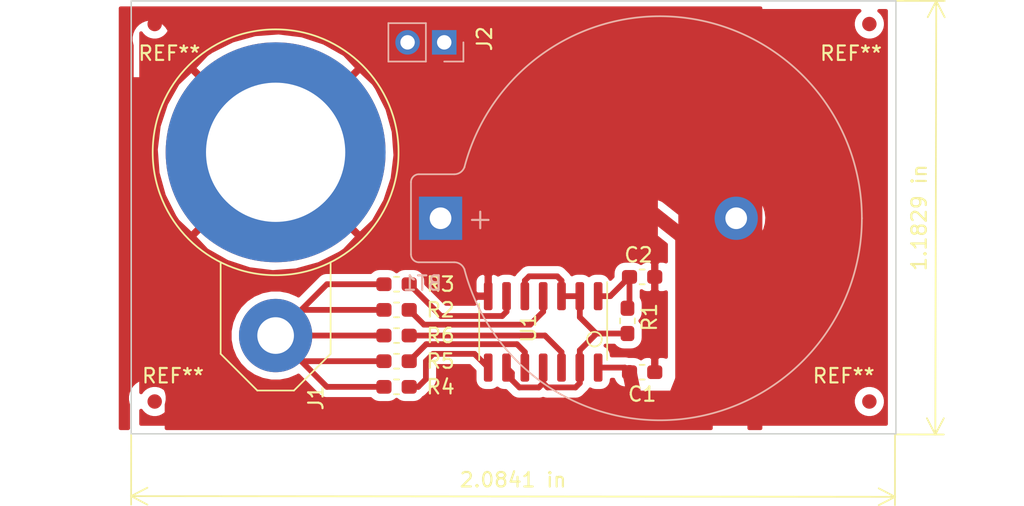
<source format=kicad_pcb>
(kicad_pcb (version 20171130) (host pcbnew 5.1.2-f72e74a~84~ubuntu18.04.1)

  (general
    (thickness 1.6)
    (drawings 10)
    (tracks 70)
    (zones 0)
    (modules 16)
    (nets 11)
  )

  (page A4)
  (layers
    (0 F.Cu signal)
    (31 B.Cu signal)
    (32 B.Adhes user)
    (33 F.Adhes user)
    (34 B.Paste user)
    (35 F.Paste user)
    (36 B.SilkS user)
    (37 F.SilkS user)
    (38 B.Mask user)
    (39 F.Mask user)
    (40 Dwgs.User user)
    (41 Cmts.User user)
    (42 Eco1.User user)
    (43 Eco2.User user)
    (44 Edge.Cuts user)
    (45 Margin user)
    (46 B.CrtYd user)
    (47 F.CrtYd user)
    (48 B.Fab user)
    (49 F.Fab user)
  )

  (setup
    (last_trace_width 0.4)
    (user_trace_width 0.4)
    (user_trace_width 1)
    (trace_clearance 0.2)
    (zone_clearance 0.508)
    (zone_45_only no)
    (trace_min 0.4)
    (via_size 1)
    (via_drill 0.6)
    (via_min_size 1)
    (via_min_drill 0.3)
    (user_via 1 0.6)
    (uvia_size 1)
    (uvia_drill 0.1)
    (uvias_allowed no)
    (uvia_min_size 1)
    (uvia_min_drill 0.1)
    (edge_width 0.05)
    (segment_width 0.2)
    (pcb_text_width 0.3)
    (pcb_text_size 1.5 1.5)
    (mod_edge_width 0.12)
    (mod_text_size 1 1)
    (mod_text_width 0.15)
    (pad_size 15.24 15.24)
    (pad_drill 9.65)
    (pad_to_mask_clearance 0.05)
    (solder_mask_min_width 0.05)
    (aux_axis_origin 0 0)
    (visible_elements 7FFFFFFF)
    (pcbplotparams
      (layerselection 0x00000_7fffffff)
      (usegerberextensions false)
      (usegerberattributes false)
      (usegerberadvancedattributes false)
      (creategerberjobfile false)
      (excludeedgelayer false)
      (linewidth 0.100000)
      (plotframeref false)
      (viasonmask true)
      (mode 1)
      (useauxorigin false)
      (hpglpennumber 1)
      (hpglpenspeed 20)
      (hpglpendiameter 15.000000)
      (psnegative true)
      (psa4output false)
      (plotreference true)
      (plotvalue true)
      (plotinvisibletext false)
      (padsonsilk false)
      (subtractmaskfromsilk false)
      (outputformat 2)
      (mirror true)
      (drillshape 2)
      (scaleselection 1)
      (outputdirectory "plots/v2/"))
  )

  (net 0 "")
  (net 1 GND)
  (net 2 "Net-(C2-Pad1)")
  (net 3 "Net-(J1-Pad1)")
  (net 4 "Net-(R1-Pad1)")
  (net 5 "Net-(R2-Pad2)")
  (net 6 "Net-(R3-Pad2)")
  (net 7 "Net-(R4-Pad2)")
  (net 8 "Net-(R5-Pad2)")
  (net 9 "Net-(R6-Pad2)")
  (net 10 +BATT)

  (net_class Default "This is the default net class."
    (clearance 0.2)
    (trace_width 0.4)
    (via_dia 1)
    (via_drill 0.6)
    (uvia_dia 1)
    (uvia_drill 0.1)
    (diff_pair_width 0.4)
    (diff_pair_gap 0.25)
    (add_net +BATT)
    (add_net GND)
    (add_net "Net-(C2-Pad1)")
    (add_net "Net-(J1-Pad1)")
    (add_net "Net-(R1-Pad1)")
    (add_net "Net-(R2-Pad2)")
    (add_net "Net-(R3-Pad2)")
    (add_net "Net-(R4-Pad2)")
    (add_net "Net-(R5-Pad2)")
    (add_net "Net-(R6-Pad2)")
  )

  (module "kicad footprint libraries:Fiducial_0.5mm_Mask1.5mm" (layer F.Cu) (tedit 5CDB0E09) (tstamp 5CDB61F3)
    (at 71.628 111.76)
    (descr "Circular Fiducial, 0.5mm bare copper, 1.5mm soldermask opening")
    (tags fiducial)
    (attr smd)
    (fp_text reference REF** (at 1.27 -1.778) (layer F.SilkS)
      (effects (font (size 1 1) (thickness 0.15)))
    )
    (fp_text value Fiducial_0.5mm_Mask1.5mm (at 0 1.7145) (layer F.Fab)
      (effects (font (size 1 1) (thickness 0.15)))
    )
    (fp_circle (center 0 0) (end 1 0) (layer F.CrtYd) (width 0.05))
    (fp_text user %R (at 0 0) (layer F.Fab)
      (effects (font (size 0.2 0.2) (thickness 0.04)))
    )
    (fp_circle (center 0 0) (end 0.75 0) (layer F.Fab) (width 0.1))
    (pad "" smd circle (at 0 0) (size 1 1) (layers F.Cu F.Mask))
  )

  (module "kicad footprint libraries:Fiducial_0.5mm_Mask1.5mm" (layer F.Cu) (tedit 5CDB0E09) (tstamp 5CDB61D6)
    (at 121.158 111.76)
    (descr "Circular Fiducial, 0.5mm bare copper, 1.5mm soldermask opening")
    (tags fiducial)
    (attr smd)
    (fp_text reference REF** (at -1.778 -1.778) (layer F.SilkS)
      (effects (font (size 1 1) (thickness 0.15)))
    )
    (fp_text value Fiducial_0.5mm_Mask1.5mm (at 0 1.7145) (layer F.Fab)
      (effects (font (size 1 1) (thickness 0.15)))
    )
    (fp_circle (center 0 0) (end 1 0) (layer F.CrtYd) (width 0.05))
    (fp_text user %R (at 0 0) (layer F.Fab)
      (effects (font (size 0.2 0.2) (thickness 0.04)))
    )
    (fp_circle (center 0 0) (end 0.75 0) (layer F.Fab) (width 0.1))
    (pad "" smd circle (at 0 0) (size 1 1) (layers F.Cu F.Mask))
  )

  (module "kicad footprint libraries:Fiducial_0.5mm_Mask1.5mm" (layer F.Cu) (tedit 5CDB0E09) (tstamp 5CDB61B2)
    (at 121.158 85.598)
    (descr "Circular Fiducial, 0.5mm bare copper, 1.5mm soldermask opening")
    (tags fiducial)
    (attr smd)
    (fp_text reference REF** (at -1.27 2.032) (layer F.SilkS)
      (effects (font (size 1 1) (thickness 0.15)))
    )
    (fp_text value Fiducial_0.5mm_Mask1.5mm (at 0 1.7145) (layer F.Fab)
      (effects (font (size 1 1) (thickness 0.15)))
    )
    (fp_circle (center 0 0) (end 1 0) (layer F.CrtYd) (width 0.05))
    (fp_text user %R (at 0 0) (layer F.Fab)
      (effects (font (size 0.2 0.2) (thickness 0.04)))
    )
    (fp_circle (center 0 0) (end 0.75 0) (layer F.Fab) (width 0.1))
    (pad "" smd circle (at 0 0) (size 1 1) (layers F.Cu F.Mask))
  )

  (module "kicad footprint libraries:Fiducial_0.5mm_Mask1.5mm" (layer F.Cu) (tedit 5CDB0E09) (tstamp 5CDB618E)
    (at 71.628 85.598)
    (descr "Circular Fiducial, 0.5mm bare copper, 1.5mm soldermask opening")
    (tags fiducial)
    (attr smd)
    (fp_text reference REF** (at 1.016 2.032) (layer F.SilkS)
      (effects (font (size 1 1) (thickness 0.15)))
    )
    (fp_text value Fiducial_0.5mm_Mask1.5mm (at 0 1.7145) (layer F.Fab)
      (effects (font (size 1 1) (thickness 0.15)))
    )
    (fp_circle (center 0 0) (end 1 0) (layer F.CrtYd) (width 0.05))
    (fp_text user %R (at 0 0) (layer F.Fab)
      (effects (font (size 0.2 0.2) (thickness 0.04)))
    )
    (fp_circle (center 0 0) (end 0.75 0) (layer F.Fab) (width 0.1))
    (pad "" smd circle (at 0 0) (size 1 1) (layers F.Cu F.Mask))
  )

  (module Battery:Battery_Cell (layer B.Cu) (tedit 5CDB01AD) (tstamp 5CDBAAAD)
    (at 91.44 99.06)
    (descr http://www.keyelco.com/product-pdf.cfm?p=720)
    (tags "Keystone type 106 battery holder")
    (path /5CDB0003)
    (fp_text reference BT1 (at -1.25 4.5) (layer B.SilkS)
      (effects (font (size 1 1) (thickness 0.15)) (justify mirror))
    )
    (fp_text value Battery_Cell (at 10.668 -9.398) (layer B.Fab)
      (effects (font (size 1 1) (thickness 0.15)) (justify mirror))
    )
    (fp_line (start 22.6568 6.858) (end 25.3419 9.4288) (layer B.Fab) (width 0.1))
    (fp_line (start 22.6441 -6.858) (end 25.35 -9.3734) (layer B.Fab) (width 0.1))
    (fp_arc (start -1.5 2.5) (end -1.9 2.5) (angle -90) (layer B.Fab) (width 0.1))
    (fp_arc (start -1.5 -2.5) (end -2.3 -2.5) (angle 90) (layer B.CrtYd) (width 0.05))
    (fp_line (start 0 1.3) (end 0 -1.3) (layer B.Fab) (width 0.1))
    (fp_arc (start 16.2 0) (end 16.2 1.3) (angle -180) (layer B.Fab) (width 0.1))
    (fp_arc (start 0.95 3.8) (end 0.95 3.3) (angle 70) (layer B.CrtYd) (width 0.05))
    (fp_line (start 16.2 1.3) (end 0 1.3) (layer B.Fab) (width 0.1))
    (fp_line (start 0 -1.3) (end 16.2 -1.3) (layer B.Fab) (width 0.1))
    (fp_line (start -1.9 2.5) (end -1.9 -2.5) (layer B.Fab) (width 0.1))
    (fp_line (start -1.5 -3.3) (end 0.95 -3.3) (layer B.CrtYd) (width 0.05))
    (fp_line (start 0.95 3.3) (end -1.5 3.3) (layer B.CrtYd) (width 0.05))
    (fp_arc (start 15.2 0) (end 5.18 1.3) (angle -180) (layer B.Fab) (width 0.1))
    (fp_arc (start 15.2 0) (end 9 1.3) (angle -170) (layer B.Fab) (width 0.1))
    (fp_arc (start 15.2 0) (end 13.3 1.3) (angle -150) (layer B.Fab) (width 0.1))
    (fp_arc (start 15.2 0) (end 13.3 -1.3) (angle 150) (layer B.Fab) (width 0.1))
    (fp_arc (start 15.2 0) (end 9 -1.3) (angle 170) (layer B.Fab) (width 0.1))
    (fp_arc (start 15.2 0) (end 5.18 -1.3) (angle 180) (layer B.Fab) (width 0.1))
    (fp_arc (start 15.2 0) (end 1.41 3.6) (angle -165.5) (layer B.CrtYd) (width 0.05))
    (fp_arc (start 15.2 0) (end 1.41 -3.6) (angle 165.5) (layer B.CrtYd) (width 0.05))
    (fp_arc (start 0.95 -3.8) (end 0.95 -3.3) (angle -70) (layer B.CrtYd) (width 0.05))
    (fp_line (start -2.3 2.5) (end -2.3 -2.5) (layer B.CrtYd) (width 0.05))
    (fp_arc (start -1.5 2.5) (end -2.3 2.5) (angle -90) (layer B.CrtYd) (width 0.05))
    (fp_arc (start -1.5 -2.5) (end -1.9 -2.5) (angle 90) (layer B.Fab) (width 0.1))
    (fp_line (start -1.5 -2.9) (end 0.95 -2.9) (layer B.Fab) (width 0.1))
    (fp_line (start 0.95 2.9) (end -1.5 2.9) (layer B.Fab) (width 0.1))
    (fp_line (start -2.05 2.5) (end -2.05 -2.5) (layer B.SilkS) (width 0.12))
    (fp_arc (start -1.5 -2.5) (end -2.05 -2.5) (angle 90) (layer B.SilkS) (width 0.12))
    (fp_arc (start -1.5 2.5) (end -2.05 2.5) (angle -90) (layer B.SilkS) (width 0.12))
    (fp_line (start -1.5 -3.05) (end 0.95 -3.05) (layer B.SilkS) (width 0.12))
    (fp_line (start 0.95 3.05) (end -1.5 3.05) (layer B.SilkS) (width 0.12))
    (fp_arc (start 0.95 3.8) (end 0.95 2.9) (angle 70) (layer B.Fab) (width 0.1))
    (fp_arc (start 0.95 3.8) (end 0.95 3.05) (angle 70) (layer B.SilkS) (width 0.12))
    (fp_arc (start 0.95 -3.8) (end 0.95 -2.9) (angle -70) (layer B.Fab) (width 0.1))
    (fp_arc (start 0.95 -3.8) (end 0.95 -3.05) (angle -70) (layer B.SilkS) (width 0.12))
    (fp_arc (start 15.2 0) (end 1.8 3.5) (angle -165.5) (layer B.Fab) (width 0.1))
    (fp_arc (start 15.2 0) (end 1.65 3.52) (angle -165.5) (layer B.SilkS) (width 0.12))
    (fp_arc (start 15.2 0) (end 1.8 -3.5) (angle 165.5) (layer B.Fab) (width 0.1))
    (fp_arc (start 15.2 0) (end 1.65 -3.52) (angle 165.5) (layer B.SilkS) (width 0.12))
    (fp_text user %R (at 0 0) (layer B.Fab)
      (effects (font (size 1 1) (thickness 0.15)) (justify mirror))
    )
    (fp_text user + (at 2.75 0) (layer B.SilkS)
      (effects (font (size 1.5 1.5) (thickness 0.15)) (justify mirror))
    )
    (pad 1 thru_hole rect (at 0 0) (size 3 3) (drill 1.5) (layers *.Cu *.Mask)
      (net 10 +BATT))
    (pad 2 thru_hole circle (at 20.49 0) (size 3 3) (drill 1.5) (layers *.Cu *.Mask)
      (net 1 GND))
    (model ${KISYS3DMOD}/Battery.3dshapes/BatteryHolder_Keystone_106_1x20mm.wrl
      (at (xyz 0 0 0))
      (scale (xyz 1 1 1))
      (rotate (xyz 0 0 0))
    )
  )

  (module Package_SO:SOIC-14_3.9x8.7mm_P1.27mm (layer F.Cu) (tedit 5C97300E) (tstamp 5CD0FCD5)
    (at 98.552 106.934 270)
    (descr "SOIC, 14 Pin (JEDEC MS-012AB, https://www.analog.com/media/en/package-pcb-resources/package/pkg_pdf/soic_narrow-r/r_14.pdf), generated with kicad-footprint-generator ipc_gullwing_generator.py")
    (tags "SOIC SO")
    (path /5CD0F1B5)
    (attr smd)
    (fp_text reference U1 (at -0.254 1.016 270) (layer F.SilkS)
      (effects (font (size 1 1) (thickness 0.15)))
    )
    (fp_text value 74HC14 (at 0 -0.254) (layer F.Fab)
      (effects (font (size 1 1) (thickness 0.15)))
    )
    (fp_line (start 0 4.435) (end 1.95 4.435) (layer F.SilkS) (width 0.12))
    (fp_line (start 0 4.435) (end -1.95 4.435) (layer F.SilkS) (width 0.12))
    (fp_line (start 0 -4.435) (end 1.95 -4.435) (layer F.SilkS) (width 0.12))
    (fp_line (start 0 -4.435) (end -3.45 -4.435) (layer F.SilkS) (width 0.12))
    (fp_line (start -0.975 -4.325) (end 1.95 -4.325) (layer F.Fab) (width 0.1))
    (fp_line (start 1.95 -4.325) (end 1.95 4.325) (layer F.Fab) (width 0.1))
    (fp_line (start 1.95 4.325) (end -1.95 4.325) (layer F.Fab) (width 0.1))
    (fp_line (start -1.95 4.325) (end -1.95 -3.35) (layer F.Fab) (width 0.1))
    (fp_line (start -1.95 -3.35) (end -0.975 -4.325) (layer F.Fab) (width 0.1))
    (fp_line (start -3.7 -4.58) (end -3.7 4.58) (layer F.CrtYd) (width 0.05))
    (fp_line (start -3.7 4.58) (end 3.7 4.58) (layer F.CrtYd) (width 0.05))
    (fp_line (start 3.7 4.58) (end 3.7 -4.58) (layer F.CrtYd) (width 0.05))
    (fp_line (start 3.7 -4.58) (end -3.7 -4.58) (layer F.CrtYd) (width 0.05))
    (fp_text user %R (at 0 -1.524 90) (layer F.Fab)
      (effects (font (size 0.98 0.98) (thickness 0.15)))
    )
    (pad 1 smd roundrect (at -2.475 -3.81 270) (size 1.95 0.6) (layers F.Cu F.Paste F.Mask) (roundrect_rratio 0.25)
      (net 2 "Net-(C2-Pad1)"))
    (pad 2 smd roundrect (at -2.475 -2.54 270) (size 1.95 0.6) (layers F.Cu F.Paste F.Mask) (roundrect_rratio 0.25)
      (net 4 "Net-(R1-Pad1)"))
    (pad 3 smd roundrect (at -2.475 -1.27 270) (size 1.95 0.6) (layers F.Cu F.Paste F.Mask) (roundrect_rratio 0.25)
      (net 4 "Net-(R1-Pad1)"))
    (pad 4 smd roundrect (at -2.475 0 270) (size 1.95 0.6) (layers F.Cu F.Paste F.Mask) (roundrect_rratio 0.25)
      (net 5 "Net-(R2-Pad2)"))
    (pad 5 smd roundrect (at -2.475 1.27 270) (size 1.95 0.6) (layers F.Cu F.Paste F.Mask) (roundrect_rratio 0.25)
      (net 4 "Net-(R1-Pad1)"))
    (pad 6 smd roundrect (at -2.475 2.54 270) (size 1.95 0.6) (layers F.Cu F.Paste F.Mask) (roundrect_rratio 0.25)
      (net 6 "Net-(R3-Pad2)"))
    (pad 7 smd roundrect (at -2.475 3.81 270) (size 1.95 0.6) (layers F.Cu F.Paste F.Mask) (roundrect_rratio 0.25)
      (net 1 GND))
    (pad 8 smd roundrect (at 2.475 3.81 270) (size 1.95 0.6) (layers F.Cu F.Paste F.Mask) (roundrect_rratio 0.25)
      (net 7 "Net-(R4-Pad2)"))
    (pad 9 smd roundrect (at 2.475 2.54 270) (size 1.95 0.6) (layers F.Cu F.Paste F.Mask) (roundrect_rratio 0.25)
      (net 4 "Net-(R1-Pad1)"))
    (pad 10 smd roundrect (at 2.475 1.27 270) (size 1.95 0.6) (layers F.Cu F.Paste F.Mask) (roundrect_rratio 0.25)
      (net 8 "Net-(R5-Pad2)"))
    (pad 11 smd roundrect (at 2.475 0 270) (size 1.95 0.6) (layers F.Cu F.Paste F.Mask) (roundrect_rratio 0.25)
      (net 4 "Net-(R1-Pad1)"))
    (pad 12 smd roundrect (at 2.475 -1.27 270) (size 1.95 0.6) (layers F.Cu F.Paste F.Mask) (roundrect_rratio 0.25)
      (net 9 "Net-(R6-Pad2)"))
    (pad 13 smd roundrect (at 2.475 -2.54 270) (size 1.95 0.6) (layers F.Cu F.Paste F.Mask) (roundrect_rratio 0.25)
      (net 4 "Net-(R1-Pad1)"))
    (pad 14 smd roundrect (at 2.475 -3.81 270) (size 1.95 0.6) (layers F.Cu F.Paste F.Mask) (roundrect_rratio 0.25)
      (net 10 +BATT))
    (model ${KISYS3DMOD}/Package_SO.3dshapes/SOIC-14_3.9x8.7mm_P1.27mm.wrl
      (at (xyz 0 0 0))
      (scale (xyz 1 1 1))
      (rotate (xyz 0 0 0))
    )
  )

  (module Resistor_SMD:R_0603_1608Metric_Pad1.05x0.95mm_HandSolder (layer F.Cu) (tedit 5B301BBD) (tstamp 5CD0FCA4)
    (at 88.392 108.966)
    (descr "Resistor SMD 0603 (1608 Metric), square (rectangular) end terminal, IPC_7351 nominal with elongated pad for handsoldering. (Body size source: http://www.tortai-tech.com/upload/download/2011102023233369053.pdf), generated with kicad-footprint-generator")
    (tags "resistor handsolder")
    (path /5CD1C4D4)
    (attr smd)
    (fp_text reference R5 (at 3.048 0) (layer F.SilkS)
      (effects (font (size 1 1) (thickness 0.15)))
    )
    (fp_text value 220 (at -3.048 0) (layer F.Fab)
      (effects (font (size 1 1) (thickness 0.15)))
    )
    (fp_line (start -0.8 0.4) (end -0.8 -0.4) (layer F.Fab) (width 0.1))
    (fp_line (start -0.8 -0.4) (end 0.8 -0.4) (layer F.Fab) (width 0.1))
    (fp_line (start 0.8 -0.4) (end 0.8 0.4) (layer F.Fab) (width 0.1))
    (fp_line (start 0.8 0.4) (end -0.8 0.4) (layer F.Fab) (width 0.1))
    (fp_line (start -0.171267 -0.51) (end 0.171267 -0.51) (layer F.SilkS) (width 0.12))
    (fp_line (start -0.171267 0.51) (end 0.171267 0.51) (layer F.SilkS) (width 0.12))
    (fp_line (start -1.65 0.73) (end -1.65 -0.73) (layer F.CrtYd) (width 0.05))
    (fp_line (start -1.65 -0.73) (end 1.65 -0.73) (layer F.CrtYd) (width 0.05))
    (fp_line (start 1.65 -0.73) (end 1.65 0.73) (layer F.CrtYd) (width 0.05))
    (fp_line (start 1.65 0.73) (end -1.65 0.73) (layer F.CrtYd) (width 0.05))
    (fp_text user %R (at 0 0) (layer F.Fab)
      (effects (font (size 0.4 0.4) (thickness 0.06)))
    )
    (pad 1 smd roundrect (at -0.875 0) (size 1.05 0.95) (layers F.Cu F.Paste F.Mask) (roundrect_rratio 0.25)
      (net 3 "Net-(J1-Pad1)"))
    (pad 2 smd roundrect (at 0.875 0) (size 1.05 0.95) (layers F.Cu F.Paste F.Mask) (roundrect_rratio 0.25)
      (net 8 "Net-(R5-Pad2)"))
    (model ${KISYS3DMOD}/Resistor_SMD.3dshapes/R_0603_1608Metric.wrl
      (at (xyz 0 0 0))
      (scale (xyz 1 1 1))
      (rotate (xyz 0 0 0))
    )
  )

  (module Capacitor_SMD:C_0603_1608Metric_Pad1.05x0.95mm_HandSolder (layer F.Cu) (tedit 5B301BBE) (tstamp 5CDA04FE)
    (at 105.41 109.728)
    (descr "Capacitor SMD 0603 (1608 Metric), square (rectangular) end terminal, IPC_7351 nominal with elongated pad for handsoldering. (Body size source: http://www.tortai-tech.com/upload/download/2011102023233369053.pdf), generated with kicad-footprint-generator")
    (tags "capacitor handsolder")
    (path /5CD27243)
    (attr smd)
    (fp_text reference C1 (at 0 1.524) (layer F.SilkS)
      (effects (font (size 1 1) (thickness 0.15)))
    )
    (fp_text value 100nF (at 4.064 0) (layer F.Fab)
      (effects (font (size 1 1) (thickness 0.15)))
    )
    (fp_text user %R (at 0 0) (layer F.Fab)
      (effects (font (size 0.4 0.4) (thickness 0.06)))
    )
    (fp_line (start 1.65 0.73) (end -1.65 0.73) (layer F.CrtYd) (width 0.05))
    (fp_line (start 1.65 -0.73) (end 1.65 0.73) (layer F.CrtYd) (width 0.05))
    (fp_line (start -1.65 -0.73) (end 1.65 -0.73) (layer F.CrtYd) (width 0.05))
    (fp_line (start -1.65 0.73) (end -1.65 -0.73) (layer F.CrtYd) (width 0.05))
    (fp_line (start -0.171267 0.51) (end 0.171267 0.51) (layer F.SilkS) (width 0.12))
    (fp_line (start -0.171267 -0.51) (end 0.171267 -0.51) (layer F.SilkS) (width 0.12))
    (fp_line (start 0.8 0.4) (end -0.8 0.4) (layer F.Fab) (width 0.1))
    (fp_line (start 0.8 -0.4) (end 0.8 0.4) (layer F.Fab) (width 0.1))
    (fp_line (start -0.8 -0.4) (end 0.8 -0.4) (layer F.Fab) (width 0.1))
    (fp_line (start -0.8 0.4) (end -0.8 -0.4) (layer F.Fab) (width 0.1))
    (pad 2 smd roundrect (at 0.875 0) (size 1.05 0.95) (layers F.Cu F.Paste F.Mask) (roundrect_rratio 0.25)
      (net 1 GND))
    (pad 1 smd roundrect (at -0.875 0) (size 1.05 0.95) (layers F.Cu F.Paste F.Mask) (roundrect_rratio 0.25)
      (net 10 +BATT))
    (model ${KISYS3DMOD}/Capacitor_SMD.3dshapes/C_0603_1608Metric.wrl
      (at (xyz 0 0 0))
      (scale (xyz 1 1 1))
      (rotate (xyz 0 0 0))
    )
  )

  (module Capacitor_SMD:C_0603_1608Metric_Pad1.05x0.95mm_HandSolder (layer F.Cu) (tedit 5B301BBE) (tstamp 5CD0FC25)
    (at 105.41 103.124)
    (descr "Capacitor SMD 0603 (1608 Metric), square (rectangular) end terminal, IPC_7351 nominal with elongated pad for handsoldering. (Body size source: http://www.tortai-tech.com/upload/download/2011102023233369053.pdf), generated with kicad-footprint-generator")
    (tags "capacitor handsolder")
    (path /5CD1CD5F)
    (attr smd)
    (fp_text reference C2 (at -0.254 -1.524) (layer F.SilkS)
      (effects (font (size 1 1) (thickness 0.15)))
    )
    (fp_text value 47nF (at 3.556 0) (layer F.Fab)
      (effects (font (size 1 1) (thickness 0.15)))
    )
    (fp_line (start -0.8 0.4) (end -0.8 -0.4) (layer F.Fab) (width 0.1))
    (fp_line (start -0.8 -0.4) (end 0.8 -0.4) (layer F.Fab) (width 0.1))
    (fp_line (start 0.8 -0.4) (end 0.8 0.4) (layer F.Fab) (width 0.1))
    (fp_line (start 0.8 0.4) (end -0.8 0.4) (layer F.Fab) (width 0.1))
    (fp_line (start -0.171267 -0.51) (end 0.171267 -0.51) (layer F.SilkS) (width 0.12))
    (fp_line (start -0.171267 0.51) (end 0.171267 0.51) (layer F.SilkS) (width 0.12))
    (fp_line (start -1.65 0.73) (end -1.65 -0.73) (layer F.CrtYd) (width 0.05))
    (fp_line (start -1.65 -0.73) (end 1.65 -0.73) (layer F.CrtYd) (width 0.05))
    (fp_line (start 1.65 -0.73) (end 1.65 0.73) (layer F.CrtYd) (width 0.05))
    (fp_line (start 1.65 0.73) (end -1.65 0.73) (layer F.CrtYd) (width 0.05))
    (fp_text user %R (at 0 0) (layer F.Fab)
      (effects (font (size 0.4 0.4) (thickness 0.06)))
    )
    (pad 1 smd roundrect (at -0.875 0) (size 1.05 0.95) (layers F.Cu F.Paste F.Mask) (roundrect_rratio 0.25)
      (net 2 "Net-(C2-Pad1)"))
    (pad 2 smd roundrect (at 0.875 0) (size 1.05 0.95) (layers F.Cu F.Paste F.Mask) (roundrect_rratio 0.25)
      (net 1 GND))
    (model ${KISYS3DMOD}/Capacitor_SMD.3dshapes/C_0603_1608Metric.wrl
      (at (xyz 0 0 0))
      (scale (xyz 1 1 1))
      (rotate (xyz 0 0 0))
    )
  )

  (module Connector_Coaxial:BNC_PanelMountable_Vertical (layer F.Cu) (tedit 5CD6A7F2) (tstamp 5CD0FC39)
    (at 80.01 107.188 270)
    (descr "Panel-mountable BNC connector mounted through PCB, vertical")
    (tags "BNC connector")
    (path /5CD16542)
    (fp_text reference J1 (at 4.318 -2.794 90) (layer F.SilkS)
      (effects (font (size 1 1) (thickness 0.15)))
    )
    (fp_text value Conn_Coaxial (at -0.15 5.3 90) (layer F.Fab)
      (effects (font (size 1 1) (thickness 0.15)))
    )
    (fp_text user %R (at -8.89 0 90) (layer F.Fab)
      (effects (font (size 1 1) (thickness 0.15)))
    )
    (fp_line (start -4.75 -4.5) (end 1.25 -4.5) (layer F.CrtYd) (width 0.05))
    (fp_line (start 1.25 -4.5) (end 4.5 -1.25) (layer F.CrtYd) (width 0.05))
    (fp_line (start 4.5 -1.25) (end 4.5 1.25) (layer F.CrtYd) (width 0.05))
    (fp_line (start 4.5 1.25) (end 1.25 4.5) (layer F.CrtYd) (width 0.05))
    (fp_line (start 1.25 4.5) (end -4.75 4.5) (layer F.CrtYd) (width 0.05))
    (fp_line (start -5.08 3.81) (end 1.27 3.81) (layer F.SilkS) (width 0.12))
    (fp_line (start 1.27 3.81) (end 3.81 1.27) (layer F.SilkS) (width 0.12))
    (fp_line (start 3.81 1.27) (end 3.81 -1.27) (layer F.SilkS) (width 0.12))
    (fp_line (start 3.81 -1.27) (end 1.27 -3.81) (layer F.SilkS) (width 0.12))
    (fp_line (start 1.27 -3.81) (end -5.08 -3.81) (layer F.SilkS) (width 0.12))
    (fp_circle (center -12.75 0) (end -6.75 5.75) (layer F.Fab) (width 0.1))
    (fp_circle (center -12.7 0) (end -5.08 3.81) (layer F.SilkS) (width 0.12))
    (fp_arc (start -12.7 0) (end -4.75 4.5) (angle 301) (layer F.CrtYd) (width 0.05))
    (pad 2 thru_hole circle (at -12.7 0 270) (size 15.24 15.24) (drill 9.65) (layers *.Cu *.Mask)
      (net 1 GND))
    (pad 1 thru_hole circle (at 0 0 270) (size 5.08 5.08) (drill 2.54) (layers *.Cu *.Mask)
      (net 3 "Net-(J1-Pad1)"))
    (model ${KISYS3DMOD}/Connector_Coaxial.3dshapes/BNC_PanelMountable_Vertical.wrl
      (at (xyz 0 0 0))
      (scale (xyz 1 1 1))
      (rotate (xyz 0 0 0))
    )
  )

  (module Connector_PinHeader_2.54mm:PinHeader_1x02_P2.54mm_Vertical (layer B.Cu) (tedit 59FED5CC) (tstamp 5CD0FC4F)
    (at 91.694 86.868 90)
    (descr "Through hole straight pin header, 1x02, 2.54mm pitch, single row")
    (tags "Through hole pin header THT 1x02 2.54mm single row")
    (path /5CD5A694)
    (fp_text reference J2 (at 0.254 2.794 90) (layer F.SilkS)
      (effects (font (size 1 1) (thickness 0.15)))
    )
    (fp_text value Conn_01x02_Male (at -0.254 -11.176 180) (layer B.Fab)
      (effects (font (size 1 1) (thickness 0.15)) (justify mirror))
    )
    (fp_line (start -0.635 1.27) (end 1.27 1.27) (layer B.Fab) (width 0.1))
    (fp_line (start 1.27 1.27) (end 1.27 -3.81) (layer B.Fab) (width 0.1))
    (fp_line (start 1.27 -3.81) (end -1.27 -3.81) (layer B.Fab) (width 0.1))
    (fp_line (start -1.27 -3.81) (end -1.27 0.635) (layer B.Fab) (width 0.1))
    (fp_line (start -1.27 0.635) (end -0.635 1.27) (layer B.Fab) (width 0.1))
    (fp_line (start -1.33 -3.87) (end 1.33 -3.87) (layer B.SilkS) (width 0.12))
    (fp_line (start -1.33 -1.27) (end -1.33 -3.87) (layer B.SilkS) (width 0.12))
    (fp_line (start 1.33 -1.27) (end 1.33 -3.87) (layer B.SilkS) (width 0.12))
    (fp_line (start -1.33 -1.27) (end 1.33 -1.27) (layer B.SilkS) (width 0.12))
    (fp_line (start -1.33 0) (end -1.33 1.33) (layer B.SilkS) (width 0.12))
    (fp_line (start -1.33 1.33) (end 0 1.33) (layer B.SilkS) (width 0.12))
    (fp_line (start -1.8 1.8) (end -1.8 -4.35) (layer B.CrtYd) (width 0.05))
    (fp_line (start -1.8 -4.35) (end 1.8 -4.35) (layer B.CrtYd) (width 0.05))
    (fp_line (start 1.8 -4.35) (end 1.8 1.8) (layer B.CrtYd) (width 0.05))
    (fp_line (start 1.8 1.8) (end -1.8 1.8) (layer B.CrtYd) (width 0.05))
    (fp_text user %R (at 0 -1.27 180) (layer B.Fab)
      (effects (font (size 1 1) (thickness 0.15)) (justify mirror))
    )
    (pad 1 thru_hole rect (at 0 0 90) (size 1.7 1.7) (drill 1) (layers *.Cu *.Mask)
      (net 10 +BATT))
    (pad 2 thru_hole oval (at 0 -2.54 90) (size 1.7 1.7) (drill 1) (layers *.Cu *.Mask)
      (net 1 GND))
    (model ${KISYS3DMOD}/Connector_PinHeader_2.54mm.3dshapes/PinHeader_1x02_P2.54mm_Vertical.wrl
      (at (xyz 0 0 0))
      (scale (xyz 1 1 1))
      (rotate (xyz 0 0 0))
    )
  )

  (module Resistor_SMD:R_0603_1608Metric_Pad1.05x0.95mm_HandSolder (layer F.Cu) (tedit 5B301BBD) (tstamp 5CD10E32)
    (at 104.394 106.172 90)
    (descr "Resistor SMD 0603 (1608 Metric), square (rectangular) end terminal, IPC_7351 nominal with elongated pad for handsoldering. (Body size source: http://www.tortai-tech.com/upload/download/2011102023233369053.pdf), generated with kicad-footprint-generator")
    (tags "resistor handsolder")
    (path /5CD1A40E)
    (attr smd)
    (fp_text reference R1 (at 0.254 1.524 90) (layer F.SilkS)
      (effects (font (size 1 1) (thickness 0.15)))
    )
    (fp_text value 6.8K (at 0.254 3.302 90) (layer F.Fab)
      (effects (font (size 1 1) (thickness 0.15)))
    )
    (fp_line (start -0.8 0.4) (end -0.8 -0.4) (layer F.Fab) (width 0.1))
    (fp_line (start -0.8 -0.4) (end 0.8 -0.4) (layer F.Fab) (width 0.1))
    (fp_line (start 0.8 -0.4) (end 0.8 0.4) (layer F.Fab) (width 0.1))
    (fp_line (start 0.8 0.4) (end -0.8 0.4) (layer F.Fab) (width 0.1))
    (fp_line (start -0.171267 -0.51) (end 0.171267 -0.51) (layer F.SilkS) (width 0.12))
    (fp_line (start -0.171267 0.51) (end 0.171267 0.51) (layer F.SilkS) (width 0.12))
    (fp_line (start -1.65 0.73) (end -1.65 -0.73) (layer F.CrtYd) (width 0.05))
    (fp_line (start -1.65 -0.73) (end 1.65 -0.73) (layer F.CrtYd) (width 0.05))
    (fp_line (start 1.65 -0.73) (end 1.65 0.73) (layer F.CrtYd) (width 0.05))
    (fp_line (start 1.65 0.73) (end -1.65 0.73) (layer F.CrtYd) (width 0.05))
    (fp_text user %R (at 0 0 90) (layer F.Fab)
      (effects (font (size 0.4 0.4) (thickness 0.06)))
    )
    (pad 1 smd roundrect (at -0.875 0 90) (size 1.05 0.95) (layers F.Cu F.Paste F.Mask) (roundrect_rratio 0.25)
      (net 4 "Net-(R1-Pad1)"))
    (pad 2 smd roundrect (at 0.875 0 90) (size 1.05 0.95) (layers F.Cu F.Paste F.Mask) (roundrect_rratio 0.25)
      (net 2 "Net-(C2-Pad1)"))
    (model ${KISYS3DMOD}/Resistor_SMD.3dshapes/R_0603_1608Metric.wrl
      (at (xyz 0 0 0))
      (scale (xyz 1 1 1))
      (rotate (xyz 0 0 0))
    )
  )

  (module Resistor_SMD:R_0603_1608Metric_Pad1.05x0.95mm_HandSolder (layer F.Cu) (tedit 5B301BBD) (tstamp 5CD0FC71)
    (at 88.392 105.41)
    (descr "Resistor SMD 0603 (1608 Metric), square (rectangular) end terminal, IPC_7351 nominal with elongated pad for handsoldering. (Body size source: http://www.tortai-tech.com/upload/download/2011102023233369053.pdf), generated with kicad-footprint-generator")
    (tags "resistor handsolder")
    (path /5CD1B6A9)
    (attr smd)
    (fp_text reference R2 (at 3.048 0) (layer F.SilkS)
      (effects (font (size 1 1) (thickness 0.15)))
    )
    (fp_text value 220 (at -3.048 0) (layer F.Fab)
      (effects (font (size 1 1) (thickness 0.15)))
    )
    (fp_text user %R (at 0 0) (layer F.Fab)
      (effects (font (size 0.4 0.4) (thickness 0.06)))
    )
    (fp_line (start 1.65 0.73) (end -1.65 0.73) (layer F.CrtYd) (width 0.05))
    (fp_line (start 1.65 -0.73) (end 1.65 0.73) (layer F.CrtYd) (width 0.05))
    (fp_line (start -1.65 -0.73) (end 1.65 -0.73) (layer F.CrtYd) (width 0.05))
    (fp_line (start -1.65 0.73) (end -1.65 -0.73) (layer F.CrtYd) (width 0.05))
    (fp_line (start -0.171267 0.51) (end 0.171267 0.51) (layer F.SilkS) (width 0.12))
    (fp_line (start -0.171267 -0.51) (end 0.171267 -0.51) (layer F.SilkS) (width 0.12))
    (fp_line (start 0.8 0.4) (end -0.8 0.4) (layer F.Fab) (width 0.1))
    (fp_line (start 0.8 -0.4) (end 0.8 0.4) (layer F.Fab) (width 0.1))
    (fp_line (start -0.8 -0.4) (end 0.8 -0.4) (layer F.Fab) (width 0.1))
    (fp_line (start -0.8 0.4) (end -0.8 -0.4) (layer F.Fab) (width 0.1))
    (pad 2 smd roundrect (at 0.875 0) (size 1.05 0.95) (layers F.Cu F.Paste F.Mask) (roundrect_rratio 0.25)
      (net 5 "Net-(R2-Pad2)"))
    (pad 1 smd roundrect (at -0.875 0) (size 1.05 0.95) (layers F.Cu F.Paste F.Mask) (roundrect_rratio 0.25)
      (net 3 "Net-(J1-Pad1)"))
    (model ${KISYS3DMOD}/Resistor_SMD.3dshapes/R_0603_1608Metric.wrl
      (at (xyz 0 0 0))
      (scale (xyz 1 1 1))
      (rotate (xyz 0 0 0))
    )
  )

  (module Resistor_SMD:R_0603_1608Metric_Pad1.05x0.95mm_HandSolder (layer F.Cu) (tedit 5B301BBD) (tstamp 5CD0FC82)
    (at 88.392 103.632)
    (descr "Resistor SMD 0603 (1608 Metric), square (rectangular) end terminal, IPC_7351 nominal with elongated pad for handsoldering. (Body size source: http://www.tortai-tech.com/upload/download/2011102023233369053.pdf), generated with kicad-footprint-generator")
    (tags "resistor handsolder")
    (path /5CD1B9E5)
    (attr smd)
    (fp_text reference R3 (at 3.048 0) (layer F.SilkS)
      (effects (font (size 1 1) (thickness 0.15)))
    )
    (fp_text value 220 (at -3.048 0) (layer F.Fab)
      (effects (font (size 1 1) (thickness 0.15)))
    )
    (fp_line (start -0.8 0.4) (end -0.8 -0.4) (layer F.Fab) (width 0.1))
    (fp_line (start -0.8 -0.4) (end 0.8 -0.4) (layer F.Fab) (width 0.1))
    (fp_line (start 0.8 -0.4) (end 0.8 0.4) (layer F.Fab) (width 0.1))
    (fp_line (start 0.8 0.4) (end -0.8 0.4) (layer F.Fab) (width 0.1))
    (fp_line (start -0.171267 -0.51) (end 0.171267 -0.51) (layer F.SilkS) (width 0.12))
    (fp_line (start -0.171267 0.51) (end 0.171267 0.51) (layer F.SilkS) (width 0.12))
    (fp_line (start -1.65 0.73) (end -1.65 -0.73) (layer F.CrtYd) (width 0.05))
    (fp_line (start -1.65 -0.73) (end 1.65 -0.73) (layer F.CrtYd) (width 0.05))
    (fp_line (start 1.65 -0.73) (end 1.65 0.73) (layer F.CrtYd) (width 0.05))
    (fp_line (start 1.65 0.73) (end -1.65 0.73) (layer F.CrtYd) (width 0.05))
    (fp_text user %R (at 0 0) (layer F.Fab)
      (effects (font (size 0.4 0.4) (thickness 0.06)))
    )
    (pad 1 smd roundrect (at -0.875 0) (size 1.05 0.95) (layers F.Cu F.Paste F.Mask) (roundrect_rratio 0.25)
      (net 3 "Net-(J1-Pad1)"))
    (pad 2 smd roundrect (at 0.875 0) (size 1.05 0.95) (layers F.Cu F.Paste F.Mask) (roundrect_rratio 0.25)
      (net 6 "Net-(R3-Pad2)"))
    (model ${KISYS3DMOD}/Resistor_SMD.3dshapes/R_0603_1608Metric.wrl
      (at (xyz 0 0 0))
      (scale (xyz 1 1 1))
      (rotate (xyz 0 0 0))
    )
  )

  (module Resistor_SMD:R_0603_1608Metric_Pad1.05x0.95mm_HandSolder (layer F.Cu) (tedit 5B301BBD) (tstamp 5CD0FC93)
    (at 88.392 110.744)
    (descr "Resistor SMD 0603 (1608 Metric), square (rectangular) end terminal, IPC_7351 nominal with elongated pad for handsoldering. (Body size source: http://www.tortai-tech.com/upload/download/2011102023233369053.pdf), generated with kicad-footprint-generator")
    (tags "resistor handsolder")
    (path /5CD1BED2)
    (attr smd)
    (fp_text reference R4 (at 3.048 0) (layer F.SilkS)
      (effects (font (size 1 1) (thickness 0.15)))
    )
    (fp_text value 220 (at -3.048 0) (layer F.Fab)
      (effects (font (size 1 1) (thickness 0.15)))
    )
    (fp_text user %R (at 0 0) (layer F.Fab)
      (effects (font (size 0.4 0.4) (thickness 0.06)))
    )
    (fp_line (start 1.65 0.73) (end -1.65 0.73) (layer F.CrtYd) (width 0.05))
    (fp_line (start 1.65 -0.73) (end 1.65 0.73) (layer F.CrtYd) (width 0.05))
    (fp_line (start -1.65 -0.73) (end 1.65 -0.73) (layer F.CrtYd) (width 0.05))
    (fp_line (start -1.65 0.73) (end -1.65 -0.73) (layer F.CrtYd) (width 0.05))
    (fp_line (start -0.171267 0.51) (end 0.171267 0.51) (layer F.SilkS) (width 0.12))
    (fp_line (start -0.171267 -0.51) (end 0.171267 -0.51) (layer F.SilkS) (width 0.12))
    (fp_line (start 0.8 0.4) (end -0.8 0.4) (layer F.Fab) (width 0.1))
    (fp_line (start 0.8 -0.4) (end 0.8 0.4) (layer F.Fab) (width 0.1))
    (fp_line (start -0.8 -0.4) (end 0.8 -0.4) (layer F.Fab) (width 0.1))
    (fp_line (start -0.8 0.4) (end -0.8 -0.4) (layer F.Fab) (width 0.1))
    (pad 2 smd roundrect (at 0.875 0) (size 1.05 0.95) (layers F.Cu F.Paste F.Mask) (roundrect_rratio 0.25)
      (net 7 "Net-(R4-Pad2)"))
    (pad 1 smd roundrect (at -0.875 0) (size 1.05 0.95) (layers F.Cu F.Paste F.Mask) (roundrect_rratio 0.25)
      (net 3 "Net-(J1-Pad1)"))
    (model ${KISYS3DMOD}/Resistor_SMD.3dshapes/R_0603_1608Metric.wrl
      (at (xyz 0 0 0))
      (scale (xyz 1 1 1))
      (rotate (xyz 0 0 0))
    )
  )

  (module Resistor_SMD:R_0603_1608Metric_Pad1.05x0.95mm_HandSolder (layer F.Cu) (tedit 5B301BBD) (tstamp 5CD0FCB5)
    (at 88.392 107.188)
    (descr "Resistor SMD 0603 (1608 Metric), square (rectangular) end terminal, IPC_7351 nominal with elongated pad for handsoldering. (Body size source: http://www.tortai-tech.com/upload/download/2011102023233369053.pdf), generated with kicad-footprint-generator")
    (tags "resistor handsolder")
    (path /5CD1C8E8)
    (attr smd)
    (fp_text reference R6 (at 3.048 0) (layer F.SilkS)
      (effects (font (size 1 1) (thickness 0.15)))
    )
    (fp_text value 220 (at -3.048 0) (layer F.Fab)
      (effects (font (size 1 1) (thickness 0.15)))
    )
    (fp_text user %R (at 0 0) (layer F.Fab)
      (effects (font (size 0.4 0.4) (thickness 0.06)))
    )
    (fp_line (start 1.65 0.73) (end -1.65 0.73) (layer F.CrtYd) (width 0.05))
    (fp_line (start 1.65 -0.73) (end 1.65 0.73) (layer F.CrtYd) (width 0.05))
    (fp_line (start -1.65 -0.73) (end 1.65 -0.73) (layer F.CrtYd) (width 0.05))
    (fp_line (start -1.65 0.73) (end -1.65 -0.73) (layer F.CrtYd) (width 0.05))
    (fp_line (start -0.171267 0.51) (end 0.171267 0.51) (layer F.SilkS) (width 0.12))
    (fp_line (start -0.171267 -0.51) (end 0.171267 -0.51) (layer F.SilkS) (width 0.12))
    (fp_line (start 0.8 0.4) (end -0.8 0.4) (layer F.Fab) (width 0.1))
    (fp_line (start 0.8 -0.4) (end 0.8 0.4) (layer F.Fab) (width 0.1))
    (fp_line (start -0.8 -0.4) (end 0.8 -0.4) (layer F.Fab) (width 0.1))
    (fp_line (start -0.8 0.4) (end -0.8 -0.4) (layer F.Fab) (width 0.1))
    (pad 2 smd roundrect (at 0.875 0) (size 1.05 0.95) (layers F.Cu F.Paste F.Mask) (roundrect_rratio 0.25)
      (net 9 "Net-(R6-Pad2)"))
    (pad 1 smd roundrect (at -0.875 0) (size 1.05 0.95) (layers F.Cu F.Paste F.Mask) (roundrect_rratio 0.25)
      (net 3 "Net-(J1-Pad1)"))
    (model ${KISYS3DMOD}/Resistor_SMD.3dshapes/R_0603_1608Metric.wrl
      (at (xyz 0 0 0))
      (scale (xyz 1 1 1))
      (rotate (xyz 0 0 0))
    )
  )

  (gr_line (start 123 114) (end 70 114) (layer Edge.Cuts) (width 0.1))
  (gr_line (start 123 84) (end 123 114) (layer Edge.Cuts) (width 0.1))
  (gr_line (start 70 84) (end 123 84) (layer Edge.Cuts) (width 0.1))
  (gr_line (start 70 114) (end 70 84) (layer Edge.Cuts) (width 0.1))
  (gr_circle (center 102.108 107.442) (end 102.108 106.934) (layer F.SilkS) (width 0.12))
  (dimension 30.046068 (width 0.12) (layer F.SilkS)
    (gr_text "30.046 mm" (at 127.031998 99.025164 89.87795632) (layer F.SilkS)
      (effects (font (size 1 1) (thickness 0.15)))
    )
    (feature1 (pts (xy 123.000007 83.993508) (xy 126.38042 84.000709)))
    (feature2 (pts (xy 122.936007 114.039508) (xy 126.31642 114.046709)))
    (crossbar (pts (xy 125.730001 114.045459) (xy 125.794001 83.999459)))
    (arrow1a (pts (xy 125.794001 83.999459) (xy 126.378021 85.127209)))
    (arrow1b (pts (xy 125.794001 83.999459) (xy 125.205182 85.124711)))
    (arrow2a (pts (xy 125.730001 114.045459) (xy 126.31882 112.920207)))
    (arrow2b (pts (xy 125.730001 114.045459) (xy 125.145981 112.917709)))
  )
  (dimension 52.93602 (width 0.12) (layer F.SilkS)
    (gr_text "52.936 mm" (at 96.463144 119.610998 359.9502115) (layer F.SilkS)
      (effects (font (size 1 1) (thickness 0.15)))
    )
    (feature1 (pts (xy 122.936 114.046) (xy 122.931738 118.950419)))
    (feature2 (pts (xy 70 114) (xy 69.995738 118.904419)))
    (crossbar (pts (xy 69.996248 118.317998) (xy 122.932248 118.363998)))
    (arrow1a (pts (xy 122.932248 118.363998) (xy 121.805235 118.94944)))
    (arrow1b (pts (xy 122.932248 118.363998) (xy 121.806254 117.776599)))
    (arrow2a (pts (xy 69.996248 118.317998) (xy 71.122242 118.905397)))
    (arrow2b (pts (xy 69.996248 118.317998) (xy 71.123261 117.732556)))
  )
  (gr_text "Schmitt Trigger TDR v2\nJeff Voight, 2019" (at 104.902 93.98) (layer F.Mask)
    (effects (font (size 1 1) (thickness 0.15)))
  )
  (gr_text GND (at 89.662 90.17 90) (layer F.Mask)
    (effects (font (size 1 1) (thickness 0.15)))
  )
  (gr_text 3.3-5V (at 93.218 91.44 90) (layer F.Mask)
    (effects (font (size 1 1) (thickness 0.15)))
  )

  (segment (start 106.285 103.124) (end 106.285 102.549) (width 0.4) (layer F.Cu) (net 1))
  (segment (start 104.535 105.156) (end 104.394 105.297) (width 0.4) (layer F.Cu) (net 2))
  (segment (start 104.535 103.124) (end 104.535 105.156) (width 0.4) (layer F.Cu) (net 2))
  (segment (start 103.2 104.459) (end 104.535 103.124) (width 0.4) (layer F.Cu) (net 2))
  (segment (start 102.362 104.459) (end 103.2 104.459) (width 0.4) (layer F.Cu) (net 2))
  (segment (start 83.566 103.632) (end 80.01 107.188) (width 0.4) (layer F.Cu) (net 3))
  (segment (start 87.517 103.632) (end 83.566 103.632) (width 0.4) (layer F.Cu) (net 3))
  (segment (start 83.566 110.744) (end 80.01 107.188) (width 0.4) (layer F.Cu) (net 3))
  (segment (start 87.517 110.744) (end 83.566 110.744) (width 0.4) (layer F.Cu) (net 3))
  (segment (start 81.788 108.966) (end 80.01 107.188) (width 0.4) (layer F.Cu) (net 3))
  (segment (start 87.517 108.966) (end 81.788 108.966) (width 0.4) (layer F.Cu) (net 3))
  (segment (start 81.788 105.41) (end 80.01 107.188) (width 0.4) (layer F.Cu) (net 3))
  (segment (start 87.517 105.41) (end 81.788 105.41) (width 0.4) (layer F.Cu) (net 3))
  (segment (start 86.892 107.188) (end 80.01 107.188) (width 0.4) (layer F.Cu) (net 3))
  (segment (start 87.517 107.188) (end 86.892 107.188) (width 0.4) (layer F.Cu) (net 3))
  (segment (start 104.394 107.047) (end 102.221 107.047) (width 0.4) (layer F.Cu) (net 4))
  (segment (start 101.092 105.918) (end 101.092 104.459) (width 0.4) (layer F.Cu) (net 4))
  (segment (start 102.221 107.047) (end 101.092 105.918) (width 0.4) (layer F.Cu) (net 4))
  (segment (start 102.221 107.047) (end 102.221 107.075) (width 0.4) (layer F.Cu) (net 4))
  (segment (start 101.092 108.204) (end 101.092 109.409) (width 0.4) (layer F.Cu) (net 4))
  (segment (start 102.221 107.075) (end 101.092 108.204) (width 0.4) (layer F.Cu) (net 4))
  (segment (start 99.822 104.459) (end 101.092 104.459) (width 0.4) (layer F.Cu) (net 4))
  (segment (start 99.822 103.378) (end 99.822 104.459) (width 0.4) (layer F.Cu) (net 4))
  (segment (start 99.52799 103.08399) (end 99.822 103.378) (width 0.4) (layer F.Cu) (net 4))
  (segment (start 97.57601 103.08399) (end 99.52799 103.08399) (width 0.4) (layer F.Cu) (net 4))
  (segment (start 97.282 104.459) (end 97.282 103.378) (width 0.4) (layer F.Cu) (net 4))
  (segment (start 97.282 103.378) (end 97.57601 103.08399) (width 0.4) (layer F.Cu) (net 4))
  (segment (start 98.25199 110.78401) (end 98.552 110.484) (width 0.4) (layer F.Cu) (net 4))
  (segment (start 96.904176 110.78401) (end 98.25199 110.78401) (width 0.4) (layer F.Cu) (net 4))
  (segment (start 96.38271 110.262544) (end 96.904176 110.78401) (width 0.4) (layer F.Cu) (net 4))
  (segment (start 96.38271 109.77971) (end 96.38271 110.262544) (width 0.4) (layer F.Cu) (net 4))
  (segment (start 96.012 109.409) (end 96.38271 109.77971) (width 0.4) (layer F.Cu) (net 4))
  (segment (start 101.092 110.484) (end 101.092 109.409) (width 0.4) (layer F.Cu) (net 4))
  (segment (start 100.79199 110.78401) (end 101.092 110.484) (width 0.4) (layer F.Cu) (net 4))
  (segment (start 98.85201 110.78401) (end 100.79199 110.78401) (width 0.4) (layer F.Cu) (net 4))
  (segment (start 98.552 110.484) (end 98.85201 110.78401) (width 0.4) (layer F.Cu) (net 4))
  (segment (start 98.552 109.409) (end 98.552 110.484) (width 0.4) (layer F.Cu) (net 4))
  (segment (start 98.552 105.534) (end 98.552 104.459) (width 0.4) (layer F.Cu) (net 5))
  (segment (start 97.65198 106.43402) (end 98.552 105.534) (width 0.4) (layer F.Cu) (net 5))
  (segment (start 90.29102 106.43402) (end 97.65198 106.43402) (width 0.4) (layer F.Cu) (net 5))
  (segment (start 89.267 105.41) (end 90.29102 106.43402) (width 0.4) (layer F.Cu) (net 5))
  (segment (start 96.012 105.534) (end 96.012 104.459) (width 0.4) (layer F.Cu) (net 6))
  (segment (start 95.71199 105.83401) (end 96.012 105.534) (width 0.4) (layer F.Cu) (net 6))
  (segment (start 91.46901 105.83401) (end 95.71199 105.83401) (width 0.4) (layer F.Cu) (net 6))
  (segment (start 89.267 103.632) (end 91.46901 105.83401) (width 0.4) (layer F.Cu) (net 6))
  (segment (start 89.892 110.744) (end 90.424 110.212) (width 0.4) (layer F.Cu) (net 7))
  (segment (start 89.267 110.744) (end 89.892 110.744) (width 0.4) (layer F.Cu) (net 7))
  (segment (start 90.424 110.212) (end 90.424 108.966) (width 0.4) (layer F.Cu) (net 7))
  (segment (start 90.424 108.966) (end 90.932 108.458) (width 0.4) (layer F.Cu) (net 7))
  (segment (start 93.791 108.458) (end 94.742 109.409) (width 0.4) (layer F.Cu) (net 7))
  (segment (start 90.932 108.458) (end 93.791 108.458) (width 0.4) (layer F.Cu) (net 7))
  (segment (start 97.282 108.334) (end 97.282 109.409) (width 0.4) (layer F.Cu) (net 8))
  (segment (start 96.73601 107.78801) (end 97.282 108.334) (width 0.4) (layer F.Cu) (net 8))
  (segment (start 90.44499 107.78801) (end 96.73601 107.78801) (width 0.4) (layer F.Cu) (net 8))
  (segment (start 89.267 108.966) (end 90.44499 107.78801) (width 0.4) (layer F.Cu) (net 8))
  (segment (start 99.822 108.334) (end 99.822 109.409) (width 0.4) (layer F.Cu) (net 9))
  (segment (start 98.676 107.188) (end 99.822 108.334) (width 0.4) (layer F.Cu) (net 9))
  (segment (start 89.267 107.188) (end 98.676 107.188) (width 0.4) (layer F.Cu) (net 9))
  (segment (start 104.216 109.409) (end 104.535 109.728) (width 0.4) (layer F.Cu) (net 10))
  (segment (start 102.362 109.409) (end 104.216 109.409) (width 0.4) (layer F.Cu) (net 10))
  (segment (start 91.694 87.376) (end 92.202 86.868) (width 0.4) (layer F.Cu) (net 10))
  (segment (start 91.694 98.552) (end 91.44 98.806) (width 0.4) (layer F.Cu) (net 10))
  (segment (start 91.694 86.868) (end 91.694 98.552) (width 1) (layer F.Cu) (net 10))
  (segment (start 93.34 98.806) (end 91.44 98.806) (width 0.4) (layer F.Cu) (net 10))
  (segment (start 106.274002 98.806) (end 93.34 98.806) (width 1) (layer F.Cu) (net 10))
  (segment (start 108.204 100.33) (end 106.274002 98.806) (width 1) (layer F.Cu) (net 10))
  (segment (start 108.204 110.236) (end 108.204 100.33) (width 1) (layer F.Cu) (net 10))
  (segment (start 107.696 111.506) (end 108.204 110.236) (width 1) (layer F.Cu) (net 10))
  (segment (start 104.535 109.728) (end 104.902 111.506) (width 1) (layer F.Cu) (net 10))
  (segment (start 104.902 111.506) (end 107.696 111.506) (width 1) (layer F.Cu) (net 10))

  (zone (net 1) (net_name GND) (layer F.Cu) (tstamp 5CDB66CC) (hatch edge 0.508)
    (connect_pads (clearance 0.508))
    (min_thickness 0.254)
    (fill yes (arc_segments 32) (thermal_gap 0.508) (thermal_bridge_width 0.508))
    (polygon
      (pts
        (xy 70 84) (xy 123 84) (xy 123 114) (xy 70 114)
      )
    )
    (filled_polygon
      (pts
        (xy 120.43448 84.716388) (xy 120.276388 84.87448) (xy 120.152176 85.060376) (xy 120.066617 85.266933) (xy 120.023 85.486212)
        (xy 120.023 85.709788) (xy 120.066617 85.929067) (xy 120.152176 86.135624) (xy 120.276388 86.32152) (xy 120.43448 86.479612)
        (xy 120.620376 86.603824) (xy 120.826933 86.689383) (xy 121.046212 86.733) (xy 121.269788 86.733) (xy 121.489067 86.689383)
        (xy 121.695624 86.603824) (xy 121.88152 86.479612) (xy 122.039612 86.32152) (xy 122.163824 86.135624) (xy 122.249383 85.929067)
        (xy 122.293 85.709788) (xy 122.293 85.486212) (xy 122.249383 85.266933) (xy 122.163824 85.060376) (xy 122.039612 84.87448)
        (xy 121.88152 84.716388) (xy 121.834545 84.685) (xy 122.315 84.685) (xy 122.315001 113.315) (xy 70.685 113.315)
        (xy 70.685 112.391647) (xy 70.746388 112.48352) (xy 70.90448 112.641612) (xy 71.090376 112.765824) (xy 71.296933 112.851383)
        (xy 71.516212 112.895) (xy 71.739788 112.895) (xy 71.959067 112.851383) (xy 72.165624 112.765824) (xy 72.35152 112.641612)
        (xy 72.509612 112.48352) (xy 72.633824 112.297624) (xy 72.719383 112.091067) (xy 72.763 111.871788) (xy 72.763 111.648212)
        (xy 72.719383 111.428933) (xy 72.633824 111.222376) (xy 72.509612 111.03648) (xy 72.35152 110.878388) (xy 72.165624 110.754176)
        (xy 71.959067 110.668617) (xy 71.739788 110.625) (xy 71.516212 110.625) (xy 71.296933 110.668617) (xy 71.090376 110.754176)
        (xy 70.90448 110.878388) (xy 70.746388 111.03648) (xy 70.685 111.128353) (xy 70.685 106.87529) (xy 76.835 106.87529)
        (xy 76.835 107.50071) (xy 76.957014 108.114113) (xy 77.196352 108.691926) (xy 77.543817 109.211944) (xy 77.986056 109.654183)
        (xy 78.506074 110.001648) (xy 79.083887 110.240986) (xy 79.69729 110.363) (xy 80.32271 110.363) (xy 80.936113 110.240986)
        (xy 81.513926 110.001648) (xy 81.591169 109.950036) (xy 82.946559 111.305427) (xy 82.972709 111.337291) (xy 83.099854 111.441636)
        (xy 83.244913 111.519172) (xy 83.402311 111.566918) (xy 83.524981 111.579) (xy 83.524991 111.579) (xy 83.565999 111.583039)
        (xy 83.607007 111.579) (xy 86.592631 111.579) (xy 86.610377 111.600623) (xy 86.743058 111.709512) (xy 86.894433 111.790423)
        (xy 87.058684 111.840248) (xy 87.2295 111.857072) (xy 87.8045 111.857072) (xy 87.975316 111.840248) (xy 88.139567 111.790423)
        (xy 88.290942 111.709512) (xy 88.392 111.626575) (xy 88.493058 111.709512) (xy 88.644433 111.790423) (xy 88.808684 111.840248)
        (xy 88.9795 111.857072) (xy 89.5545 111.857072) (xy 89.725316 111.840248) (xy 89.889567 111.790423) (xy 90.040942 111.709512)
        (xy 90.173623 111.600623) (xy 90.261866 111.493099) (xy 90.358146 111.441636) (xy 90.485291 111.337291) (xy 90.511445 111.305422)
        (xy 90.985427 110.831441) (xy 91.017291 110.805291) (xy 91.121636 110.678146) (xy 91.199172 110.533087) (xy 91.246918 110.375689)
        (xy 91.259 110.253019) (xy 91.259 110.253018) (xy 91.26304 110.212) (xy 91.259 110.170982) (xy 91.259 109.311867)
        (xy 91.277867 109.293) (xy 93.445133 109.293) (xy 93.803928 109.651796) (xy 93.803928 110.234) (xy 93.819071 110.387745)
        (xy 93.863916 110.535582) (xy 93.936742 110.671829) (xy 94.034749 110.791251) (xy 94.154171 110.889258) (xy 94.290418 110.962084)
        (xy 94.438255 111.006929) (xy 94.592 111.022072) (xy 94.892 111.022072) (xy 95.045745 111.006929) (xy 95.193582 110.962084)
        (xy 95.329829 110.889258) (xy 95.377 110.850546) (xy 95.424171 110.889258) (xy 95.560418 110.962084) (xy 95.708255 111.006929)
        (xy 95.862 111.022072) (xy 95.961371 111.022072) (xy 96.28473 111.345431) (xy 96.310885 111.377301) (xy 96.43803 111.481646)
        (xy 96.583089 111.559182) (xy 96.740487 111.606928) (xy 96.863157 111.61901) (xy 96.863167 111.61901) (xy 96.904175 111.623049)
        (xy 96.945183 111.61901) (xy 98.210972 111.61901) (xy 98.25199 111.62305) (xy 98.293008 111.61901) (xy 98.293009 111.61901)
        (xy 98.415679 111.606928) (xy 98.552 111.565576) (xy 98.688321 111.606928) (xy 98.810991 111.61901) (xy 98.810993 111.61901)
        (xy 98.852009 111.62305) (xy 98.893025 111.61901) (xy 100.750972 111.61901) (xy 100.79199 111.62305) (xy 100.833008 111.61901)
        (xy 100.833009 111.61901) (xy 100.955679 111.606928) (xy 101.113077 111.559182) (xy 101.258136 111.481646) (xy 101.385281 111.377301)
        (xy 101.411436 111.345431) (xy 101.653422 111.103445) (xy 101.685291 111.077291) (xy 101.789636 110.950146) (xy 101.811513 110.909218)
        (xy 101.910418 110.962084) (xy 102.058255 111.006929) (xy 102.212 111.022072) (xy 102.512 111.022072) (xy 102.665745 111.006929)
        (xy 102.813582 110.962084) (xy 102.949829 110.889258) (xy 103.069251 110.791251) (xy 103.167258 110.671829) (xy 103.240084 110.535582)
        (xy 103.284929 110.387745) (xy 103.299087 110.244) (xy 103.421418 110.244) (xy 103.438577 110.300567) (xy 103.519488 110.451942)
        (xy 103.527526 110.461736) (xy 103.778333 111.676822) (xy 103.783423 111.728499) (xy 103.800875 111.786031) (xy 103.801703 111.790041)
        (xy 103.817053 111.839361) (xy 103.848324 111.942447) (xy 103.850269 111.946086) (xy 103.851495 111.950025) (xy 103.902887 112.044528)
        (xy 103.953716 112.139623) (xy 103.956339 112.142819) (xy 103.958306 112.146436) (xy 104.027115 112.229059) (xy 104.095551 112.312449)
        (xy 104.098744 112.315069) (xy 104.101381 112.318236) (xy 104.184984 112.385845) (xy 104.268377 112.454284) (xy 104.272024 112.456233)
        (xy 104.275225 112.458822) (xy 104.370414 112.508824) (xy 104.465553 112.559676) (xy 104.469506 112.560875) (xy 104.473155 112.562792)
        (xy 104.576287 112.593267) (xy 104.679501 112.624577) (xy 104.683616 112.624982) (xy 104.687564 112.626149) (xy 104.794671 112.63592)
        (xy 104.846248 112.641) (xy 104.850354 112.641) (xy 104.910215 112.646461) (xy 104.961845 112.641) (xy 107.647196 112.641)
        (xy 107.709905 112.646405) (xy 107.814073 112.634862) (xy 107.918499 112.624577) (xy 107.925182 112.62255) (xy 107.93212 112.621781)
        (xy 108.032071 112.590125) (xy 108.132447 112.559676) (xy 108.138607 112.556383) (xy 108.145261 112.554276) (xy 108.237099 112.503739)
        (xy 108.329623 112.454284) (xy 108.335023 112.449853) (xy 108.341137 112.446488) (xy 108.421343 112.379011) (xy 108.502449 112.312449)
        (xy 108.506881 112.307048) (xy 108.512221 112.302556) (xy 108.577716 112.220737) (xy 108.644284 112.139623) (xy 108.647577 112.133462)
        (xy 108.651938 112.128014) (xy 108.700221 112.034972) (xy 108.749676 111.942447) (xy 108.767952 111.882199) (xy 108.861546 111.648212)
        (xy 120.023 111.648212) (xy 120.023 111.871788) (xy 120.066617 112.091067) (xy 120.152176 112.297624) (xy 120.276388 112.48352)
        (xy 120.43448 112.641612) (xy 120.620376 112.765824) (xy 120.826933 112.851383) (xy 121.046212 112.895) (xy 121.269788 112.895)
        (xy 121.489067 112.851383) (xy 121.695624 112.765824) (xy 121.88152 112.641612) (xy 122.039612 112.48352) (xy 122.163824 112.297624)
        (xy 122.249383 112.091067) (xy 122.293 111.871788) (xy 122.293 111.648212) (xy 122.249383 111.428933) (xy 122.163824 111.222376)
        (xy 122.039612 111.03648) (xy 121.88152 110.878388) (xy 121.695624 110.754176) (xy 121.489067 110.668617) (xy 121.269788 110.625)
        (xy 121.046212 110.625) (xy 120.826933 110.668617) (xy 120.620376 110.754176) (xy 120.43448 110.878388) (xy 120.276388 111.03648)
        (xy 120.152176 111.222376) (xy 120.066617 111.428933) (xy 120.023 111.648212) (xy 108.861546 111.648212) (xy 109.234536 110.71574)
        (xy 109.257676 110.672447) (xy 109.275953 110.612197) (xy 109.278526 110.605764) (xy 109.29212 110.558901) (xy 109.322577 110.458499)
        (xy 109.323262 110.451546) (xy 109.325206 110.444844) (xy 109.334209 110.340401) (xy 109.339 110.291752) (xy 109.339 110.284813)
        (xy 109.344406 110.222095) (xy 109.339 110.173311) (xy 109.339 100.551653) (xy 110.617952 100.551653) (xy 110.773962 100.867214)
        (xy 111.148745 101.05802) (xy 111.553551 101.172044) (xy 111.972824 101.204902) (xy 112.390451 101.155334) (xy 112.790383 101.025243)
        (xy 113.086038 100.867214) (xy 113.242048 100.551653) (xy 111.93 99.239605) (xy 110.617952 100.551653) (xy 109.339 100.551653)
        (xy 109.339 100.431001) (xy 109.340903 100.420394) (xy 109.339 100.319375) (xy 109.339 100.274248) (xy 109.337949 100.263575)
        (xy 109.336692 100.196858) (xy 109.327019 100.152599) (xy 109.322577 100.107501) (xy 109.303204 100.043637) (xy 109.288954 99.978438)
        (xy 109.270827 99.936907) (xy 109.257676 99.893553) (xy 109.226216 99.834696) (xy 109.19952 99.77353) (xy 109.173645 99.736341)
        (xy 109.152284 99.696377) (xy 109.109943 99.644785) (xy 109.07183 99.590006) (xy 109.039194 99.558577) (xy 109.010449 99.523551)
        (xy 108.958855 99.481209) (xy 108.951141 99.47378) (xy 108.915769 99.445849) (xy 108.837623 99.381716) (xy 108.828115 99.376634)
        (xy 108.481362 99.102824) (xy 109.785098 99.102824) (xy 109.834666 99.520451) (xy 109.964757 99.920383) (xy 110.122786 100.216038)
        (xy 110.438347 100.372048) (xy 111.750395 99.06) (xy 112.109605 99.06) (xy 113.421653 100.372048) (xy 113.737214 100.216038)
        (xy 113.92802 99.841255) (xy 114.042044 99.436449) (xy 114.074902 99.017176) (xy 114.025334 98.599549) (xy 113.895243 98.199617)
        (xy 113.737214 97.903962) (xy 113.421653 97.747952) (xy 112.109605 99.06) (xy 111.750395 99.06) (xy 110.438347 97.747952)
        (xy 110.122786 97.903962) (xy 109.93198 98.278745) (xy 109.817956 98.683551) (xy 109.785098 99.102824) (xy 108.481362 99.102824)
        (xy 106.985778 97.921855) (xy 106.907625 97.857716) (xy 106.848762 97.826253) (xy 106.792589 97.790231) (xy 106.750411 97.773684)
        (xy 106.710449 97.752324) (xy 106.646576 97.732948) (xy 106.584457 97.708578) (xy 106.539868 97.700578) (xy 106.496501 97.687423)
        (xy 106.430078 97.680881) (xy 106.364396 97.669097) (xy 106.263378 97.671) (xy 93.578072 97.671) (xy 93.578072 97.568347)
        (xy 110.617952 97.568347) (xy 111.93 98.880395) (xy 113.242048 97.568347) (xy 113.086038 97.252786) (xy 112.711255 97.06198)
        (xy 112.306449 96.947956) (xy 111.887176 96.915098) (xy 111.469549 96.964666) (xy 111.069617 97.094757) (xy 110.773962 97.252786)
        (xy 110.617952 97.568347) (xy 93.578072 97.568347) (xy 93.578072 97.56) (xy 93.565812 97.435518) (xy 93.529502 97.31582)
        (xy 93.470537 97.205506) (xy 93.391185 97.108815) (xy 93.294494 97.029463) (xy 93.18418 96.970498) (xy 93.064482 96.934188)
        (xy 92.94 96.921928) (xy 92.829 96.921928) (xy 92.829 88.285683) (xy 92.898494 88.248537) (xy 92.995185 88.169185)
        (xy 93.074537 88.072494) (xy 93.133502 87.96218) (xy 93.169812 87.842482) (xy 93.182072 87.718) (xy 93.182072 86.018)
        (xy 93.169812 85.893518) (xy 93.133502 85.77382) (xy 93.074537 85.663506) (xy 92.995185 85.566815) (xy 92.898494 85.487463)
        (xy 92.78818 85.428498) (xy 92.668482 85.392188) (xy 92.544 85.379928) (xy 90.844 85.379928) (xy 90.719518 85.392188)
        (xy 90.59982 85.428498) (xy 90.489506 85.487463) (xy 90.392815 85.566815) (xy 90.313463 85.663506) (xy 90.254498 85.77382)
        (xy 90.230034 85.854466) (xy 90.154269 85.770412) (xy 89.92092 85.596359) (xy 89.658099 85.471175) (xy 89.51089 85.426524)
        (xy 89.281 85.547845) (xy 89.281 86.741) (xy 89.301 86.741) (xy 89.301 86.995) (xy 89.281 86.995)
        (xy 89.281 88.188155) (xy 89.51089 88.309476) (xy 89.658099 88.264825) (xy 89.92092 88.139641) (xy 90.154269 87.965588)
        (xy 90.230034 87.881534) (xy 90.254498 87.96218) (xy 90.313463 88.072494) (xy 90.392815 88.169185) (xy 90.489506 88.248537)
        (xy 90.559 88.285683) (xy 90.559001 96.921928) (xy 89.94 96.921928) (xy 89.815518 96.934188) (xy 89.69582 96.970498)
        (xy 89.585506 97.029463) (xy 89.488815 97.108815) (xy 89.409463 97.205506) (xy 89.350498 97.31582) (xy 89.314188 97.435518)
        (xy 89.301928 97.56) (xy 89.301928 100.56) (xy 89.314188 100.684482) (xy 89.350498 100.80418) (xy 89.409463 100.914494)
        (xy 89.488815 101.011185) (xy 89.585506 101.090537) (xy 89.69582 101.149502) (xy 89.815518 101.185812) (xy 89.94 101.198072)
        (xy 92.94 101.198072) (xy 93.064482 101.185812) (xy 93.18418 101.149502) (xy 93.294494 101.090537) (xy 93.391185 101.011185)
        (xy 93.470537 100.914494) (xy 93.529502 100.80418) (xy 93.565812 100.684482) (xy 93.578072 100.56) (xy 93.578072 99.941)
        (xy 105.87991 99.941) (xy 107.069001 100.879953) (xy 107.069001 102.06742) (xy 107.05418 102.059498) (xy 106.934482 102.023188)
        (xy 106.81 102.010928) (xy 106.57075 102.014) (xy 106.412 102.17275) (xy 106.412 102.997) (xy 106.432 102.997)
        (xy 106.432 103.251) (xy 106.412 103.251) (xy 106.412 104.07525) (xy 106.57075 104.234) (xy 106.81 104.237072)
        (xy 106.934482 104.224812) (xy 107.05418 104.188502) (xy 107.069001 104.18058) (xy 107.069 108.67142) (xy 107.05418 108.663498)
        (xy 106.934482 108.627188) (xy 106.81 108.614928) (xy 106.57075 108.618) (xy 106.412 108.77675) (xy 106.412 109.601)
        (xy 106.432 109.601) (xy 106.432 109.855) (xy 106.412 109.855) (xy 106.412 109.875) (xy 106.158 109.875)
        (xy 106.158 109.855) (xy 106.138 109.855) (xy 106.138 109.601) (xy 106.158 109.601) (xy 106.158 108.77675)
        (xy 105.99925 108.618) (xy 105.76 108.614928) (xy 105.635518 108.627188) (xy 105.51582 108.663498) (xy 105.405506 108.722463)
        (xy 105.332839 108.782099) (xy 105.308942 108.762488) (xy 105.157567 108.681577) (xy 104.993316 108.631752) (xy 104.8225 108.614928)
        (xy 104.773388 108.614928) (xy 104.749435 108.60785) (xy 104.526785 108.587539) (xy 104.421279 108.598698) (xy 104.379689 108.586082)
        (xy 104.257019 108.574) (xy 104.257018 108.574) (xy 104.216 108.56996) (xy 104.174982 108.574) (xy 103.299087 108.574)
        (xy 103.284929 108.430255) (xy 103.240084 108.282418) (xy 103.167258 108.146171) (xy 103.069251 108.026749) (xy 102.949829 107.928742)
        (xy 102.862381 107.882) (xy 103.478597 107.882) (xy 103.537377 107.953623) (xy 103.670058 108.062512) (xy 103.821433 108.143423)
        (xy 103.985684 108.193248) (xy 104.1565 108.210072) (xy 104.6315 108.210072) (xy 104.802316 108.193248) (xy 104.966567 108.143423)
        (xy 105.117942 108.062512) (xy 105.250623 107.953623) (xy 105.359512 107.820942) (xy 105.440423 107.669567) (xy 105.490248 107.505316)
        (xy 105.507072 107.3345) (xy 105.507072 106.7595) (xy 105.490248 106.588684) (xy 105.440423 106.424433) (xy 105.359512 106.273058)
        (xy 105.276575 106.172) (xy 105.359512 106.070942) (xy 105.440423 105.919567) (xy 105.490248 105.755316) (xy 105.507072 105.5845)
        (xy 105.507072 105.0095) (xy 105.490248 104.838684) (xy 105.440423 104.674433) (xy 105.37 104.54268) (xy 105.37 104.100398)
        (xy 105.405506 104.129537) (xy 105.51582 104.188502) (xy 105.635518 104.224812) (xy 105.76 104.237072) (xy 105.99925 104.234)
        (xy 106.158 104.07525) (xy 106.158 103.251) (xy 106.138 103.251) (xy 106.138 102.997) (xy 106.158 102.997)
        (xy 106.158 102.17275) (xy 105.99925 102.014) (xy 105.76 102.010928) (xy 105.635518 102.023188) (xy 105.51582 102.059498)
        (xy 105.405506 102.118463) (xy 105.332839 102.178099) (xy 105.308942 102.158488) (xy 105.157567 102.077577) (xy 104.993316 102.027752)
        (xy 104.8225 102.010928) (xy 104.2475 102.010928) (xy 104.076684 102.027752) (xy 103.912433 102.077577) (xy 103.761058 102.158488)
        (xy 103.628377 102.267377) (xy 103.519488 102.400058) (xy 103.438577 102.551433) (xy 103.388752 102.715684) (xy 103.371928 102.8865)
        (xy 103.371928 103.106204) (xy 103.207212 103.27092) (xy 103.167258 103.196171) (xy 103.069251 103.076749) (xy 102.949829 102.978742)
        (xy 102.813582 102.905916) (xy 102.665745 102.861071) (xy 102.512 102.845928) (xy 102.212 102.845928) (xy 102.058255 102.861071)
        (xy 101.910418 102.905916) (xy 101.774171 102.978742) (xy 101.727 103.017454) (xy 101.679829 102.978742) (xy 101.543582 102.905916)
        (xy 101.395745 102.861071) (xy 101.242 102.845928) (xy 100.942 102.845928) (xy 100.788255 102.861071) (xy 100.640418 102.905916)
        (xy 100.544007 102.957449) (xy 100.519636 102.911854) (xy 100.415291 102.784709) (xy 100.383427 102.758559) (xy 100.147435 102.522568)
        (xy 100.121281 102.490699) (xy 99.994136 102.386354) (xy 99.849077 102.308818) (xy 99.691679 102.261072) (xy 99.569009 102.24899)
        (xy 99.569008 102.24899) (xy 99.52799 102.24495) (xy 99.486972 102.24899) (xy 97.617028 102.24899) (xy 97.57601 102.24495)
        (xy 97.534991 102.24899) (xy 97.412321 102.261072) (xy 97.254923 102.308818) (xy 97.109864 102.386354) (xy 96.982719 102.490699)
        (xy 96.956568 102.522564) (xy 96.720573 102.758559) (xy 96.68871 102.784709) (xy 96.607907 102.883168) (xy 96.584364 102.911855)
        (xy 96.559993 102.957449) (xy 96.463582 102.905916) (xy 96.315745 102.861071) (xy 96.162 102.845928) (xy 95.862 102.845928)
        (xy 95.708255 102.861071) (xy 95.560418 102.905916) (xy 95.426064 102.97773) (xy 95.396494 102.953463) (xy 95.28618 102.894498)
        (xy 95.166482 102.858188) (xy 95.042 102.845928) (xy 95.02775 102.849) (xy 94.869 103.00775) (xy 94.869 104.332)
        (xy 94.889 104.332) (xy 94.889 104.586) (xy 94.869 104.586) (xy 94.869 104.606) (xy 94.615 104.606)
        (xy 94.615 104.586) (xy 93.96575 104.586) (xy 93.807 104.74475) (xy 93.805867 104.99901) (xy 91.814878 104.99901)
        (xy 90.430072 103.614205) (xy 90.430072 103.484) (xy 93.803928 103.484) (xy 93.807 104.17325) (xy 93.96575 104.332)
        (xy 94.615 104.332) (xy 94.615 103.00775) (xy 94.45625 102.849) (xy 94.442 102.845928) (xy 94.317518 102.858188)
        (xy 94.19782 102.894498) (xy 94.087506 102.953463) (xy 93.990815 103.032815) (xy 93.911463 103.129506) (xy 93.852498 103.23982)
        (xy 93.816188 103.359518) (xy 93.803928 103.484) (xy 90.430072 103.484) (xy 90.430072 103.3945) (xy 90.413248 103.223684)
        (xy 90.363423 103.059433) (xy 90.282512 102.908058) (xy 90.173623 102.775377) (xy 90.040942 102.666488) (xy 89.889567 102.585577)
        (xy 89.725316 102.535752) (xy 89.5545 102.518928) (xy 88.9795 102.518928) (xy 88.808684 102.535752) (xy 88.644433 102.585577)
        (xy 88.493058 102.666488) (xy 88.392 102.749425) (xy 88.290942 102.666488) (xy 88.139567 102.585577) (xy 87.975316 102.535752)
        (xy 87.8045 102.518928) (xy 87.2295 102.518928) (xy 87.058684 102.535752) (xy 86.894433 102.585577) (xy 86.743058 102.666488)
        (xy 86.610377 102.775377) (xy 86.592631 102.797) (xy 83.607007 102.797) (xy 83.565999 102.792961) (xy 83.524991 102.797)
        (xy 83.524981 102.797) (xy 83.402311 102.809082) (xy 83.244913 102.856828) (xy 83.099854 102.934364) (xy 82.972709 103.038709)
        (xy 82.946559 103.070573) (xy 81.591169 104.425964) (xy 81.513926 104.374352) (xy 80.936113 104.135014) (xy 80.32271 104.013)
        (xy 79.69729 104.013) (xy 79.083887 104.135014) (xy 78.506074 104.374352) (xy 77.986056 104.721817) (xy 77.543817 105.164056)
        (xy 77.196352 105.684074) (xy 76.957014 106.261887) (xy 76.835 106.87529) (xy 70.685 106.87529) (xy 70.685 100.330258)
        (xy 74.347347 100.330258) (xy 75.237672 101.272611) (xy 76.652983 102.073282) (xy 78.197302 102.582455) (xy 79.811282 102.780562)
        (xy 81.432899 102.65999) (xy 82.999835 102.225374) (xy 84.451872 101.493414) (xy 84.782328 101.272611) (xy 85.672653 100.330258)
        (xy 80.01 94.667605) (xy 74.347347 100.330258) (xy 70.685 100.330258) (xy 70.685 94.289282) (xy 71.717438 94.289282)
        (xy 71.83801 95.910899) (xy 72.272626 97.477835) (xy 73.004586 98.929872) (xy 73.225389 99.260328) (xy 74.167742 100.150653)
        (xy 79.830395 94.488) (xy 80.189605 94.488) (xy 85.852258 100.150653) (xy 86.794611 99.260328) (xy 87.595282 97.845017)
        (xy 88.104455 96.300698) (xy 88.302562 94.686718) (xy 88.18199 93.065101) (xy 87.747374 91.498165) (xy 87.015414 90.046128)
        (xy 86.794611 89.715672) (xy 85.852258 88.825347) (xy 80.189605 94.488) (xy 79.830395 94.488) (xy 74.167742 88.825347)
        (xy 73.225389 89.715672) (xy 72.424718 91.130983) (xy 71.915545 92.675302) (xy 71.717438 94.289282) (xy 70.685 94.289282)
        (xy 70.685 88.645742) (xy 74.347347 88.645742) (xy 80.01 94.308395) (xy 85.672653 88.645742) (xy 84.782328 87.703389)
        (xy 83.936509 87.224891) (xy 87.712519 87.224891) (xy 87.809843 87.499252) (xy 87.958822 87.749355) (xy 88.153731 87.965588)
        (xy 88.38708 88.139641) (xy 88.649901 88.264825) (xy 88.79711 88.309476) (xy 89.027 88.188155) (xy 89.027 86.995)
        (xy 87.833186 86.995) (xy 87.712519 87.224891) (xy 83.936509 87.224891) (xy 83.367017 86.902718) (xy 82.179269 86.511109)
        (xy 87.712519 86.511109) (xy 87.833186 86.741) (xy 89.027 86.741) (xy 89.027 85.547845) (xy 88.79711 85.426524)
        (xy 88.649901 85.471175) (xy 88.38708 85.596359) (xy 88.153731 85.770412) (xy 87.958822 85.986645) (xy 87.809843 86.236748)
        (xy 87.712519 86.511109) (xy 82.179269 86.511109) (xy 81.822698 86.393545) (xy 80.208718 86.195438) (xy 78.587101 86.31601)
        (xy 77.020165 86.750626) (xy 75.568128 87.482586) (xy 75.237672 87.703389) (xy 74.347347 88.645742) (xy 70.685 88.645742)
        (xy 70.685 86.229647) (xy 70.746388 86.32152) (xy 70.90448 86.479612) (xy 71.090376 86.603824) (xy 71.296933 86.689383)
        (xy 71.516212 86.733) (xy 71.739788 86.733) (xy 71.959067 86.689383) (xy 72.165624 86.603824) (xy 72.35152 86.479612)
        (xy 72.509612 86.32152) (xy 72.633824 86.135624) (xy 72.719383 85.929067) (xy 72.763 85.709788) (xy 72.763 85.486212)
        (xy 72.719383 85.266933) (xy 72.633824 85.060376) (xy 72.509612 84.87448) (xy 72.35152 84.716388) (xy 72.304545 84.685)
        (xy 120.481455 84.685)
      )
    )
    (filled_polygon
      (pts
        (xy 113.615 113.615) (xy 112.835048 113.615) (xy 112.835048 111.967931) (xy 112.849314 111.93349) (xy 112.903 111.663592)
        (xy 112.903 111.388408) (xy 112.849314 111.11851) (xy 112.744005 110.864273) (xy 112.59112 110.635465) (xy 112.396535 110.44088)
        (xy 112.167727 110.287995) (xy 111.91349 110.182686) (xy 111.643592 110.129) (xy 111.368408 110.129) (xy 111.09851 110.182686)
        (xy 110.844273 110.287995) (xy 110.615465 110.44088) (xy 110.42088 110.635465) (xy 110.267995 110.864273) (xy 110.162686 111.11851)
        (xy 110.109 111.388408) (xy 110.109 111.663592) (xy 110.162686 111.93349) (xy 110.176953 111.967933) (xy 110.176953 113.615)
        (xy 72.449048 113.615) (xy 72.449048 111.967931) (xy 72.463314 111.93349) (xy 72.517 111.663592) (xy 72.517 111.388408)
        (xy 72.463314 111.11851) (xy 72.358005 110.864273) (xy 72.20512 110.635465) (xy 72.010535 110.44088) (xy 71.781727 110.287995)
        (xy 71.52749 110.182686) (xy 71.257592 110.129) (xy 70.982408 110.129) (xy 70.71251 110.182686) (xy 70.458273 110.287995)
        (xy 70.229465 110.44088) (xy 70.03488 110.635465) (xy 69.881995 110.864273) (xy 69.776686 111.11851) (xy 69.723 111.388408)
        (xy 69.723 111.663592) (xy 69.776686 111.93349) (xy 69.790953 111.967933) (xy 69.790953 113.615) (xy 69.265 113.615)
        (xy 69.265 106.87529) (xy 76.835 106.87529) (xy 76.835 107.50071) (xy 76.957014 108.114113) (xy 77.196352 108.691926)
        (xy 77.543817 109.211944) (xy 77.986056 109.654183) (xy 78.506074 110.001648) (xy 79.083887 110.240986) (xy 79.69729 110.363)
        (xy 80.32271 110.363) (xy 80.936113 110.240986) (xy 81.513926 110.001648) (xy 81.591169 109.950036) (xy 82.946559 111.305427)
        (xy 82.972709 111.337291) (xy 83.099854 111.441636) (xy 83.244913 111.519172) (xy 83.402311 111.566918) (xy 83.524981 111.579)
        (xy 83.524991 111.579) (xy 83.565999 111.583039) (xy 83.607007 111.579) (xy 86.592631 111.579) (xy 86.610377 111.600623)
        (xy 86.743058 111.709512) (xy 86.894433 111.790423) (xy 87.058684 111.840248) (xy 87.2295 111.857072) (xy 87.8045 111.857072)
        (xy 87.975316 111.840248) (xy 88.139567 111.790423) (xy 88.290942 111.709512) (xy 88.392 111.626575) (xy 88.493058 111.709512)
        (xy 88.644433 111.790423) (xy 88.808684 111.840248) (xy 88.9795 111.857072) (xy 89.5545 111.857072) (xy 89.725316 111.840248)
        (xy 89.889567 111.790423) (xy 90.040942 111.709512) (xy 90.173623 111.600623) (xy 90.261866 111.493099) (xy 90.358146 111.441636)
        (xy 90.485291 111.337291) (xy 90.511445 111.305422) (xy 90.985427 110.831441) (xy 91.017291 110.805291) (xy 91.121636 110.678146)
        (xy 91.199172 110.533087) (xy 91.246918 110.375689) (xy 91.259 110.253019) (xy 91.259 110.253018) (xy 91.26304 110.212)
        (xy 91.259 110.170982) (xy 91.259 109.311867) (xy 91.277867 109.293) (xy 93.445133 109.293) (xy 93.803928 109.651796)
        (xy 93.803928 110.234) (xy 93.819071 110.387745) (xy 93.863916 110.535582) (xy 93.936742 110.671829) (xy 94.034749 110.791251)
        (xy 94.154171 110.889258) (xy 94.290418 110.962084) (xy 94.438255 111.006929) (xy 94.592 111.022072) (xy 94.892 111.022072)
        (xy 95.045745 111.006929) (xy 95.193582 110.962084) (xy 95.329829 110.889258) (xy 95.377 110.850546) (xy 95.424171 110.889258)
        (xy 95.560418 110.962084) (xy 95.708255 111.006929) (xy 95.862 111.022072) (xy 95.961371 111.022072) (xy 96.28473 111.345431)
        (xy 96.310885 111.377301) (xy 96.43803 111.481646) (xy 96.583089 111.559182) (xy 96.740487 111.606928) (xy 96.863157 111.61901)
        (xy 96.863167 111.61901) (xy 96.904175 111.623049) (xy 96.945183 111.61901) (xy 98.210972 111.61901) (xy 98.25199 111.62305)
        (xy 98.293008 111.61901) (xy 98.293009 111.61901) (xy 98.415679 111.606928) (xy 98.552 111.565576) (xy 98.688321 111.606928)
        (xy 98.810991 111.61901) (xy 98.810993 111.61901) (xy 98.852009 111.62305) (xy 98.893025 111.61901) (xy 100.750972 111.61901)
        (xy 100.79199 111.62305) (xy 100.833008 111.61901) (xy 100.833009 111.61901) (xy 100.955679 111.606928) (xy 101.113077 111.559182)
        (xy 101.258136 111.481646) (xy 101.385281 111.377301) (xy 101.411436 111.345431) (xy 101.653422 111.103445) (xy 101.685291 111.077291)
        (xy 101.789636 110.950146) (xy 101.811513 110.909218) (xy 101.910418 110.962084) (xy 102.058255 111.006929) (xy 102.212 111.022072)
        (xy 102.512 111.022072) (xy 102.665745 111.006929) (xy 102.813582 110.962084) (xy 102.949829 110.889258) (xy 103.069251 110.791251)
        (xy 103.167258 110.671829) (xy 103.240084 110.535582) (xy 103.284929 110.387745) (xy 103.299087 110.244) (xy 103.421418 110.244)
        (xy 103.438577 110.300567) (xy 103.519488 110.451942) (xy 103.628377 110.584623) (xy 103.761058 110.693512) (xy 103.912433 110.774423)
        (xy 104.076684 110.824248) (xy 104.2475 110.841072) (xy 104.467205 110.841072) (xy 104.790568 111.164436) (xy 104.816719 111.196301)
        (xy 104.943864 111.300646) (xy 105.088923 111.378182) (xy 105.246321 111.425928) (xy 105.368991 111.43801) (xy 105.368992 111.43801)
        (xy 105.41001 111.44205) (xy 105.451028 111.43801) (xy 106.795548 111.43801) (xy 106.836566 111.44205) (xy 106.877584 111.43801)
        (xy 106.877585 111.43801) (xy 107.000255 111.425928) (xy 107.157653 111.378182) (xy 107.302712 111.300646) (xy 107.429857 111.196301)
        (xy 107.456011 111.164432) (xy 107.771436 110.849008) (xy 107.803301 110.822857) (xy 107.907646 110.695712) (xy 107.985182 110.550653)
        (xy 108.032928 110.393255) (xy 108.04501 110.270585) (xy 108.04501 110.270584) (xy 108.04905 110.229566) (xy 108.04501 110.188548)
        (xy 108.04501 88.435028) (xy 108.04905 88.39401) (xy 108.032928 88.230322) (xy 108.024729 88.203291) (xy 107.985182 88.072923)
        (xy 107.907646 87.927864) (xy 107.803301 87.800719) (xy 107.771443 87.774574) (xy 107.689215 87.692346) (xy 107.727185 87.661185)
        (xy 107.806537 87.564494) (xy 107.865502 87.45418) (xy 107.901812 87.334482) (xy 107.914072 87.21) (xy 107.914072 86.476408)
        (xy 110.109 86.476408) (xy 110.109 86.751592) (xy 110.162686 87.02149) (xy 110.176953 87.055933) (xy 110.176953 89.3915)
        (xy 112.835048 89.3915) (xy 112.835048 87.055931) (xy 112.849314 87.02149) (xy 112.903 86.751592) (xy 112.903 86.476408)
        (xy 112.849314 86.20651) (xy 112.744005 85.952273) (xy 112.59112 85.723465) (xy 112.396535 85.52888) (xy 112.167727 85.375995)
        (xy 111.91349 85.270686) (xy 111.643592 85.217) (xy 111.368408 85.217) (xy 111.09851 85.270686) (xy 110.844273 85.375995)
        (xy 110.615465 85.52888) (xy 110.42088 85.723465) (xy 110.267995 85.952273) (xy 110.162686 86.20651) (xy 110.109 86.476408)
        (xy 107.914072 86.476408) (xy 107.914072 85.51) (xy 107.901812 85.385518) (xy 107.865502 85.26582) (xy 107.806537 85.155506)
        (xy 107.727185 85.058815) (xy 107.630494 84.979463) (xy 107.52018 84.920498) (xy 107.400482 84.884188) (xy 107.276 84.871928)
        (xy 105.576 84.871928) (xy 105.451518 84.884188) (xy 105.33182 84.920498) (xy 105.221506 84.979463) (xy 105.124815 85.058815)
        (xy 105.045463 85.155506) (xy 104.986498 85.26582) (xy 104.962034 85.346466) (xy 104.886269 85.262412) (xy 104.65292 85.088359)
        (xy 104.390099 84.963175) (xy 104.24289 84.918524) (xy 104.013 85.039845) (xy 104.013 86.233) (xy 104.033 86.233)
        (xy 104.033 86.487) (xy 104.013 86.487) (xy 104.013 87.680155) (xy 104.24289 87.801476) (xy 104.390099 87.756825)
        (xy 104.65292 87.631641) (xy 104.886269 87.457588) (xy 104.962034 87.373534) (xy 104.986498 87.45418) (xy 105.045463 87.564494)
        (xy 105.124815 87.661185) (xy 105.221506 87.740537) (xy 105.33182 87.799502) (xy 105.451518 87.835812) (xy 105.576 87.848072)
        (xy 105.625646 87.848072) (xy 105.650828 87.931086) (xy 105.728364 88.076145) (xy 105.728365 88.076146) (xy 105.83271 88.203291)
        (xy 105.864574 88.229441) (xy 106.37501 88.739878) (xy 106.375011 109.76801) (xy 106.138 109.76801) (xy 106.138 109.601)
        (xy 106.158 109.601) (xy 106.158 108.77675) (xy 105.99925 108.618) (xy 105.76 108.614928) (xy 105.635518 108.627188)
        (xy 105.51582 108.663498) (xy 105.405506 108.722463) (xy 105.332839 108.782099) (xy 105.308942 108.762488) (xy 105.157567 108.681577)
        (xy 104.993316 108.631752) (xy 104.8225 108.614928) (xy 104.474782 108.614928) (xy 104.379689 108.586082) (xy 104.257019 108.574)
        (xy 104.257018 108.574) (xy 104.216 108.56996) (xy 104.174982 108.574) (xy 103.299087 108.574) (xy 103.284929 108.430255)
        (xy 103.240084 108.282418) (xy 103.167258 108.146171) (xy 103.069251 108.026749) (xy 102.949829 107.928742) (xy 102.862381 107.882)
        (xy 103.478597 107.882) (xy 103.537377 107.953623) (xy 103.670058 108.062512) (xy 103.821433 108.143423) (xy 103.985684 108.193248)
        (xy 104.1565 108.210072) (xy 104.6315 108.210072) (xy 104.802316 108.193248) (xy 104.966567 108.143423) (xy 105.117942 108.062512)
        (xy 105.250623 107.953623) (xy 105.359512 107.820942) (xy 105.440423 107.669567) (xy 105.490248 107.505316) (xy 105.507072 107.3345)
        (xy 105.507072 106.7595) (xy 105.490248 106.588684) (xy 105.440423 106.424433) (xy 105.359512 106.273058) (xy 105.276575 106.172)
        (xy 105.359512 106.070942) (xy 105.440423 105.919567) (xy 105.490248 105.755316) (xy 105.507072 105.5845) (xy 105.507072 105.0095)
        (xy 105.490248 104.838684) (xy 105.440423 104.674433) (xy 105.37 104.54268) (xy 105.37 104.100398) (xy 105.405506 104.129537)
        (xy 105.51582 104.188502) (xy 105.635518 104.224812) (xy 105.76 104.237072) (xy 105.99925 104.234) (xy 106.158 104.07525)
        (xy 106.158 103.251) (xy 106.138 103.251) (xy 106.138 102.997) (xy 106.158 102.997) (xy 106.158 102.17275)
        (xy 105.99925 102.014) (xy 105.76 102.010928) (xy 105.635518 102.023188) (xy 105.51582 102.059498) (xy 105.405506 102.118463)
        (xy 105.332839 102.178099) (xy 105.308942 102.158488) (xy 105.157567 102.077577) (xy 104.993316 102.027752) (xy 104.8225 102.010928)
        (xy 104.2475 102.010928) (xy 104.076684 102.027752) (xy 103.912433 102.077577) (xy 103.761058 102.158488) (xy 103.628377 102.267377)
        (xy 103.519488 102.400058) (xy 103.438577 102.551433) (xy 103.388752 102.715684) (xy 103.371928 102.8865) (xy 103.371928 103.106204)
        (xy 103.207212 103.27092) (xy 103.167258 103.196171) (xy 103.069251 103.076749) (xy 102.949829 102.978742) (xy 102.813582 102.905916)
        (xy 102.665745 102.861071) (xy 102.512 102.845928) (xy 102.212 102.845928) (xy 102.058255 102.861071) (xy 101.910418 102.905916)
        (xy 101.774171 102.978742) (xy 101.727 103.017454) (xy 101.679829 102.978742) (xy 101.543582 102.905916) (xy 101.395745 102.861071)
        (xy 101.242 102.845928) (xy 100.942 102.845928) (xy 100.788255 102.861071) (xy 100.640418 102.905916) (xy 100.544007 102.957449)
        (xy 100.519636 102.911854) (xy 100.415291 102.784709) (xy 100.383427 102.758559) (xy 100.147435 102.522568) (xy 100.121281 102.490699)
        (xy 99.994136 102.386354) (xy 99.849077 102.308818) (xy 99.691679 102.261072) (xy 99.569009 102.24899) (xy 99.569008 102.24899)
        (xy 99.52799 102.24495) (xy 99.486972 102.24899) (xy 97.617028 102.24899) (xy 97.57601 102.24495) (xy 97.534991 102.24899)
        (xy 97.412321 102.261072) (xy 97.254923 102.308818) (xy 97.109864 102.386354) (xy 96.982719 102.490699) (xy 96.956568 102.522564)
        (xy 96.720573 102.758559) (xy 96.68871 102.784709) (xy 96.607907 102.883168) (xy 96.584364 102.911855) (xy 96.559993 102.957449)
        (xy 96.463582 102.905916) (xy 96.315745 102.861071) (xy 96.162 102.845928) (xy 95.862 102.845928) (xy 95.708255 102.861071)
        (xy 95.560418 102.905916) (xy 95.426064 102.97773) (xy 95.396494 102.953463) (xy 95.28618 102.894498) (xy 95.166482 102.858188)
        (xy 95.042 102.845928) (xy 95.02775 102.849) (xy 94.869 103.00775) (xy 94.869 104.332) (xy 94.889 104.332)
        (xy 94.889 104.586) (xy 94.869 104.586) (xy 94.869 104.606) (xy 94.615 104.606) (xy 94.615 104.586)
        (xy 93.96575 104.586) (xy 93.807 104.74475) (xy 93.805867 104.99901) (xy 91.814878 104.99901) (xy 90.430072 103.614205)
        (xy 90.430072 103.484) (xy 93.803928 103.484) (xy 93.807 104.17325) (xy 93.96575 104.332) (xy 94.615 104.332)
        (xy 94.615 103.00775) (xy 94.45625 102.849) (xy 94.442 102.845928) (xy 94.317518 102.858188) (xy 94.19782 102.894498)
        (xy 94.087506 102.953463) (xy 93.990815 103.032815) (xy 93.911463 103.129506) (xy 93.852498 103.23982) (xy 93.816188 103.359518)
        (xy 93.803928 103.484) (xy 90.430072 103.484) (xy 90.430072 103.3945) (xy 90.413248 103.223684) (xy 90.363423 103.059433)
        (xy 90.282512 102.908058) (xy 90.173623 102.775377) (xy 90.040942 102.666488) (xy 89.889567 102.585577) (xy 89.725316 102.535752)
        (xy 89.5545 102.518928) (xy 88.9795 102.518928) (xy 88.808684 102.535752) (xy 88.644433 102.585577) (xy 88.493058 102.666488)
        (xy 88.392 102.749425) (xy 88.290942 102.666488) (xy 88.139567 102.585577) (xy 87.975316 102.535752) (xy 87.8045 102.518928)
        (xy 87.2295 102.518928) (xy 87.058684 102.535752) (xy 86.894433 102.585577) (xy 86.743058 102.666488) (xy 86.610377 102.775377)
        (xy 86.592631 102.797) (xy 83.607007 102.797) (xy 83.565999 102.792961) (xy 83.524991 102.797) (xy 83.524981 102.797)
        (xy 83.402311 102.809082) (xy 83.244913 102.856828) (xy 83.099854 102.934364) (xy 82.972709 103.038709) (xy 82.946559 103.070573)
        (xy 81.591169 104.425964) (xy 81.513926 104.374352) (xy 80.936113 104.135014) (xy 80.32271 104.013) (xy 79.69729 104.013)
        (xy 79.083887 104.135014) (xy 78.506074 104.374352) (xy 77.986056 104.721817) (xy 77.543817 105.164056) (xy 77.196352 105.684074)
        (xy 76.957014 106.261887) (xy 76.835 106.87529) (xy 69.265 106.87529) (xy 69.265 100.330258) (xy 74.347347 100.330258)
        (xy 75.237672 101.272611) (xy 76.652983 102.073282) (xy 78.197302 102.582455) (xy 79.811282 102.780562) (xy 81.432899 102.65999)
        (xy 82.999835 102.225374) (xy 84.451872 101.493414) (xy 84.782328 101.272611) (xy 85.672653 100.330258) (xy 80.01 94.667605)
        (xy 74.347347 100.330258) (xy 69.265 100.330258) (xy 69.265 94.289282) (xy 71.717438 94.289282) (xy 71.83801 95.910899)
        (xy 72.272626 97.477835) (xy 73.004586 98.929872) (xy 73.225389 99.260328) (xy 74.167742 100.150653) (xy 79.830395 94.488)
        (xy 80.189605 94.488) (xy 85.852258 100.150653) (xy 86.794611 99.260328) (xy 87.595282 97.845017) (xy 88.104455 96.300698)
        (xy 88.302562 94.686718) (xy 88.18199 93.065101) (xy 87.747374 91.498165) (xy 87.015414 90.046128) (xy 86.794611 89.715672)
        (xy 85.852258 88.825347) (xy 80.189605 94.488) (xy 79.830395 94.488) (xy 74.167742 88.825347) (xy 73.225389 89.715672)
        (xy 72.424718 91.130983) (xy 71.915545 92.675302) (xy 71.717438 94.289282) (xy 69.265 94.289282) (xy 69.265 86.496408)
        (xy 69.977 86.496408) (xy 69.977 86.771592) (xy 70.030686 87.04149) (xy 70.044953 87.075933) (xy 70.044953 89.4115)
        (xy 72.703048 89.4115) (xy 72.703048 88.645742) (xy 74.347347 88.645742) (xy 80.01 94.308395) (xy 85.672653 88.645742)
        (xy 84.782328 87.703389) (xy 83.367017 86.902718) (xy 82.803405 86.716891) (xy 102.444519 86.716891) (xy 102.541843 86.991252)
        (xy 102.690822 87.241355) (xy 102.885731 87.457588) (xy 103.11908 87.631641) (xy 103.381901 87.756825) (xy 103.52911 87.801476)
        (xy 103.759 87.680155) (xy 103.759 86.487) (xy 102.565186 86.487) (xy 102.444519 86.716891) (xy 82.803405 86.716891)
        (xy 81.822698 86.393545) (xy 80.208718 86.195438) (xy 78.587101 86.31601) (xy 77.020165 86.750626) (xy 75.568128 87.482586)
        (xy 75.237672 87.703389) (xy 74.347347 88.645742) (xy 72.703048 88.645742) (xy 72.703048 87.075931) (xy 72.717314 87.04149)
        (xy 72.771 86.771592) (xy 72.771 86.496408) (xy 72.717314 86.22651) (xy 72.624778 86.003109) (xy 102.444519 86.003109)
        (xy 102.565186 86.233) (xy 103.759 86.233) (xy 103.759 85.039845) (xy 103.52911 84.918524) (xy 103.381901 84.963175)
        (xy 103.11908 85.088359) (xy 102.885731 85.262412) (xy 102.690822 85.478645) (xy 102.541843 85.728748) (xy 102.444519 86.003109)
        (xy 72.624778 86.003109) (xy 72.612005 85.972273) (xy 72.45912 85.743465) (xy 72.264535 85.54888) (xy 72.035727 85.395995)
        (xy 71.78149 85.290686) (xy 71.511592 85.237) (xy 71.236408 85.237) (xy 70.96651 85.290686) (xy 70.712273 85.395995)
        (xy 70.483465 85.54888) (xy 70.28888 85.743465) (xy 70.135995 85.972273) (xy 70.030686 86.22651) (xy 69.977 86.496408)
        (xy 69.265 86.496408) (xy 69.265 84.505) (xy 113.615001 84.505)
      )
    )
  )
)

</source>
